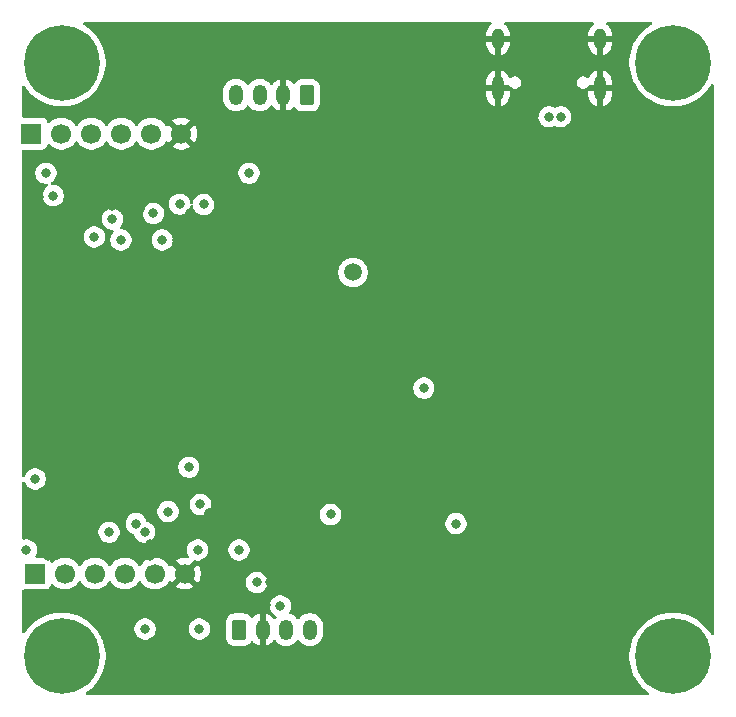
<source format=gbr>
%TF.GenerationSoftware,KiCad,Pcbnew,9.0.2*%
%TF.CreationDate,2025-07-09T07:13:15+08:00*%
%TF.ProjectId,imu,696d752e-6b69-4636-9164-5f7063625858,rev?*%
%TF.SameCoordinates,Original*%
%TF.FileFunction,Copper,L2,Inr*%
%TF.FilePolarity,Positive*%
%FSLAX46Y46*%
G04 Gerber Fmt 4.6, Leading zero omitted, Abs format (unit mm)*
G04 Created by KiCad (PCBNEW 9.0.2) date 2025-07-09 07:13:15*
%MOMM*%
%LPD*%
G01*
G04 APERTURE LIST*
G04 Aperture macros list*
%AMRoundRect*
0 Rectangle with rounded corners*
0 $1 Rounding radius*
0 $2 $3 $4 $5 $6 $7 $8 $9 X,Y pos of 4 corners*
0 Add a 4 corners polygon primitive as box body*
4,1,4,$2,$3,$4,$5,$6,$7,$8,$9,$2,$3,0*
0 Add four circle primitives for the rounded corners*
1,1,$1+$1,$2,$3*
1,1,$1+$1,$4,$5*
1,1,$1+$1,$6,$7*
1,1,$1+$1,$8,$9*
0 Add four rect primitives between the rounded corners*
20,1,$1+$1,$2,$3,$4,$5,0*
20,1,$1+$1,$4,$5,$6,$7,0*
20,1,$1+$1,$6,$7,$8,$9,0*
20,1,$1+$1,$8,$9,$2,$3,0*%
G04 Aperture macros list end*
%TA.AperFunction,HeatsinkPad*%
%ADD10C,0.600000*%
%TD*%
%TA.AperFunction,HeatsinkPad*%
%ADD11O,1.000000X2.100000*%
%TD*%
%TA.AperFunction,HeatsinkPad*%
%ADD12O,1.000000X1.800000*%
%TD*%
%TA.AperFunction,ComponentPad*%
%ADD13RoundRect,0.250000X0.350000X0.625000X-0.350000X0.625000X-0.350000X-0.625000X0.350000X-0.625000X0*%
%TD*%
%TA.AperFunction,ComponentPad*%
%ADD14O,1.200000X1.750000*%
%TD*%
%TA.AperFunction,ComponentPad*%
%ADD15C,0.800000*%
%TD*%
%TA.AperFunction,ComponentPad*%
%ADD16C,6.400000*%
%TD*%
%TA.AperFunction,ComponentPad*%
%ADD17R,1.700000X1.700000*%
%TD*%
%TA.AperFunction,ComponentPad*%
%ADD18C,1.700000*%
%TD*%
%TA.AperFunction,ComponentPad*%
%ADD19RoundRect,0.250000X-0.350000X-0.625000X0.350000X-0.625000X0.350000X0.625000X-0.350000X0.625000X0*%
%TD*%
%TA.AperFunction,ViaPad*%
%ADD20C,0.800000*%
%TD*%
%TA.AperFunction,ViaPad*%
%ADD21C,1.500000*%
%TD*%
G04 APERTURE END LIST*
D10*
%TO.N,GND*%
%TO.C,U4*%
X122950000Y-66300000D03*
X121850000Y-66300000D03*
X123500000Y-66850000D03*
X122400000Y-66850000D03*
X121300000Y-66850000D03*
X122950000Y-67400000D03*
X121850000Y-67400000D03*
X123500000Y-67950000D03*
X122400000Y-67950000D03*
X121300000Y-67950000D03*
X122950000Y-68500000D03*
X121850000Y-68500000D03*
%TD*%
D11*
%TO.N,GND*%
%TO.C,J1*%
X165320000Y-45425000D03*
D12*
X165320000Y-41245000D03*
D11*
X156680000Y-45425000D03*
D12*
X156680000Y-41245000D03*
%TD*%
D13*
%TO.N,+3V3*%
%TO.C,J3*%
X140500000Y-46000000D03*
D14*
%TO.N,GND*%
X138500000Y-46000000D03*
%TO.N,TX0*%
X136500000Y-46000000D03*
%TO.N,RX0*%
X134500000Y-46000000D03*
%TD*%
D15*
%TO.N,N/C*%
%TO.C,REF\u002A\u002A*%
X117350000Y-43250000D03*
X118052944Y-41552944D03*
X118052944Y-44947056D03*
X119750000Y-40850000D03*
D16*
X119750000Y-43250000D03*
D15*
X119750000Y-45650000D03*
X121447056Y-41552944D03*
X121447056Y-44947056D03*
X122150000Y-43250000D03*
%TD*%
%TO.N,N/C*%
%TO.C,REF\u002A\u002A*%
X117350000Y-93500000D03*
X118052944Y-91802944D03*
X118052944Y-95197056D03*
X119750000Y-91100000D03*
D16*
X119750000Y-93500000D03*
D15*
X119750000Y-95900000D03*
X121447056Y-91802944D03*
X121447056Y-95197056D03*
X122150000Y-93500000D03*
%TD*%
D17*
%TO.N,+3V3*%
%TO.C,J5*%
X117460000Y-86500000D03*
D18*
%TO.N,IO4*%
X120000000Y-86500000D03*
%TO.N,IO5*%
X122540000Y-86500000D03*
%TO.N,INT_MAG*%
X125080000Y-86500000D03*
%TO.N,INT_IMU*%
X127620000Y-86500000D03*
%TO.N,GND*%
X130160000Y-86500000D03*
%TD*%
D19*
%TO.N,+3V3*%
%TO.C,J2*%
X134750000Y-91250000D03*
D14*
%TO.N,GND*%
X136750000Y-91250000D03*
%TO.N,SCL*%
X138750000Y-91250000D03*
%TO.N,SDA*%
X140750000Y-91250000D03*
%TD*%
D17*
%TO.N,+3V3*%
%TO.C,J4*%
X117170000Y-49250000D03*
D18*
%TO.N,IO1*%
X119710000Y-49250000D03*
%TO.N,IO2*%
X122250000Y-49250000D03*
%TO.N,IO3*%
X124790000Y-49250000D03*
%TO.N,IO8*%
X127330000Y-49250000D03*
%TO.N,GND*%
X129870000Y-49250000D03*
%TD*%
D15*
%TO.N,N/C*%
%TO.C,REF\u002A\u002A*%
X169100000Y-43250000D03*
X169802944Y-41552944D03*
X169802944Y-44947056D03*
X171500000Y-40850000D03*
D16*
X171500000Y-43250000D03*
D15*
X171500000Y-45650000D03*
X173197056Y-41552944D03*
X173197056Y-44947056D03*
X173900000Y-43250000D03*
%TD*%
%TO.N,N/C*%
%TO.C,REF\u002A\u002A*%
X169100000Y-93500000D03*
X169802944Y-91802944D03*
X169802944Y-95197056D03*
X171500000Y-91100000D03*
D16*
X171500000Y-93500000D03*
D15*
X171500000Y-95900000D03*
X173197056Y-91802944D03*
X173197056Y-95197056D03*
X173900000Y-93500000D03*
%TD*%
D20*
%TO.N,GND*%
X129400000Y-68800000D03*
X164800000Y-47400000D03*
X138600000Y-75800000D03*
X121800000Y-57000000D03*
X159250000Y-91750000D03*
X150000000Y-43250000D03*
X160500000Y-96250000D03*
X163250000Y-76750000D03*
X149250000Y-85750000D03*
X157500000Y-48500000D03*
X140500000Y-68250000D03*
X128500000Y-94500000D03*
X124000000Y-55400000D03*
X146500000Y-94500000D03*
X138250000Y-66000000D03*
X144500000Y-92000000D03*
X130600000Y-56000000D03*
X148250000Y-62000000D03*
X129500000Y-58250000D03*
X135000000Y-43250000D03*
X152250000Y-86250000D03*
X147500000Y-81250000D03*
X138250000Y-61750000D03*
X147500000Y-48500000D03*
X125000000Y-43250000D03*
X123750000Y-91000000D03*
X128250000Y-51500000D03*
X149000000Y-50250000D03*
X127250000Y-85000000D03*
X140000000Y-94500000D03*
X132800000Y-69000000D03*
X153000000Y-94500000D03*
X146600000Y-86400000D03*
X117800000Y-54600000D03*
X130000000Y-61750000D03*
X152500000Y-48500000D03*
X141750000Y-78500000D03*
X118600000Y-85050000D03*
X154800000Y-88000000D03*
X142750000Y-64000000D03*
X145500000Y-72650000D03*
X159600000Y-87600000D03*
X151500000Y-65500000D03*
X142750000Y-90000000D03*
X144000000Y-82500000D03*
X132750000Y-82500000D03*
X159750000Y-47750000D03*
X152250000Y-70750000D03*
X164600000Y-86200000D03*
X146600000Y-88400000D03*
X136000000Y-81000000D03*
X148750000Y-74500000D03*
X138500000Y-70750000D03*
X126400000Y-55600000D03*
X148000000Y-78000000D03*
X127200000Y-84000000D03*
X140000000Y-43250000D03*
X165750000Y-91750000D03*
X137400000Y-87200000D03*
X128500000Y-78500000D03*
X132800000Y-54600000D03*
X145250000Y-75750000D03*
X131500000Y-46750000D03*
X150500000Y-90750000D03*
X141000000Y-57750000D03*
X153000000Y-80500000D03*
X142000000Y-53750000D03*
X137000000Y-89200000D03*
X162750000Y-48750000D03*
X157750000Y-71500000D03*
X164400000Y-88000000D03*
X166400000Y-79200000D03*
X137000000Y-52750000D03*
X154500000Y-74250000D03*
X153000000Y-55000000D03*
X161500000Y-57750000D03*
X149676000Y-67600000D03*
X134000000Y-88250000D03*
X123200000Y-81800000D03*
X124500000Y-47000000D03*
X156000000Y-91000000D03*
X141500000Y-72250000D03*
X131800000Y-85600000D03*
X148500000Y-83000000D03*
X130000000Y-90000000D03*
X135800000Y-85400000D03*
X145000000Y-43250000D03*
X135000000Y-57750000D03*
X134000000Y-94500000D03*
X138500000Y-48000000D03*
X159000000Y-52600000D03*
X143750000Y-85250000D03*
X151750000Y-83000000D03*
X167000000Y-86250000D03*
X145500000Y-64000000D03*
X137250000Y-84500000D03*
X130000000Y-43250000D03*
X139750000Y-81750000D03*
X132200000Y-81400000D03*
%TO.N,+3V3*%
X135600000Y-52600000D03*
X118400000Y-52600000D03*
X153126990Y-82278317D03*
X126042891Y-82275000D03*
X128750000Y-81250000D03*
X116750000Y-84500000D03*
D21*
X144400000Y-61000000D03*
D20*
X150400000Y-70800000D03*
X130500000Y-77500000D03*
X126800000Y-91200000D03*
X131400000Y-91200000D03*
%TO.N,SCL*%
X136250000Y-87250000D03*
X138250000Y-89250000D03*
%TO.N,EN*%
X131475000Y-80650000D03*
X126750000Y-83000000D03*
X123750000Y-83000000D03*
X117500000Y-78500000D03*
%TO.N,USB_D-*%
X122500000Y-58000000D03*
X162000000Y-47825837D03*
%TO.N,USB_D+*%
X124025000Y-56500000D03*
X161000000Y-47825837D03*
%TO.N,TX0*%
X127500000Y-56000000D03*
X129725000Y-55224999D03*
%TO.N,INT_IMU*%
X142500000Y-81500000D03*
%TO.N,BOOT*%
X131750000Y-55250000D03*
X119025000Y-54500000D03*
%TO.N,IO8*%
X128250000Y-58250000D03*
X124750000Y-58250000D03*
%TO.N,SDA*%
X134750000Y-84500000D03*
X131250000Y-84500000D03*
%TO.N,GND*%
X161000000Y-42320000D03*
%TD*%
%TA.AperFunction,Conductor*%
%TO.N,GND*%
G36*
X156102265Y-39819685D02*
G01*
X156148020Y-39872489D01*
X156157964Y-39941647D01*
X156128939Y-40005203D01*
X156104117Y-40027102D01*
X156042537Y-40068248D01*
X156042533Y-40068251D01*
X155903251Y-40207533D01*
X155903248Y-40207537D01*
X155793814Y-40371315D01*
X155793807Y-40371328D01*
X155718430Y-40553306D01*
X155718427Y-40553318D01*
X155680000Y-40746504D01*
X155680000Y-40995000D01*
X156380000Y-40995000D01*
X156380000Y-41495000D01*
X155680000Y-41495000D01*
X155680000Y-41743495D01*
X155718427Y-41936681D01*
X155718430Y-41936693D01*
X155793807Y-42118671D01*
X155793814Y-42118684D01*
X155903248Y-42282462D01*
X155903251Y-42282466D01*
X156042533Y-42421748D01*
X156042537Y-42421751D01*
X156206315Y-42531185D01*
X156206328Y-42531192D01*
X156388308Y-42606569D01*
X156430000Y-42614862D01*
X156430000Y-41811988D01*
X156439940Y-41829205D01*
X156495795Y-41885060D01*
X156564204Y-41924556D01*
X156640504Y-41945000D01*
X156719496Y-41945000D01*
X156795796Y-41924556D01*
X156864205Y-41885060D01*
X156920060Y-41829205D01*
X156930000Y-41811988D01*
X156930000Y-42614862D01*
X156971690Y-42606569D01*
X156971692Y-42606569D01*
X157153671Y-42531192D01*
X157153684Y-42531185D01*
X157317462Y-42421751D01*
X157317466Y-42421748D01*
X157456748Y-42282466D01*
X157456751Y-42282462D01*
X157566185Y-42118684D01*
X157566192Y-42118671D01*
X157641569Y-41936693D01*
X157641572Y-41936681D01*
X157679999Y-41743495D01*
X157680000Y-41743492D01*
X157680000Y-41495000D01*
X156980000Y-41495000D01*
X156980000Y-40995000D01*
X157680000Y-40995000D01*
X157680000Y-40746508D01*
X157679999Y-40746504D01*
X157641572Y-40553318D01*
X157641569Y-40553306D01*
X157566192Y-40371328D01*
X157566185Y-40371315D01*
X157456751Y-40207537D01*
X157456748Y-40207533D01*
X157317466Y-40068251D01*
X157317462Y-40068248D01*
X157255883Y-40027102D01*
X157211078Y-39973490D01*
X157202371Y-39904165D01*
X157232526Y-39841137D01*
X157291969Y-39804418D01*
X157324774Y-39800000D01*
X164675226Y-39800000D01*
X164742265Y-39819685D01*
X164788020Y-39872489D01*
X164797964Y-39941647D01*
X164768939Y-40005203D01*
X164744117Y-40027102D01*
X164682537Y-40068248D01*
X164682533Y-40068251D01*
X164543251Y-40207533D01*
X164543248Y-40207537D01*
X164433814Y-40371315D01*
X164433807Y-40371328D01*
X164358430Y-40553306D01*
X164358427Y-40553318D01*
X164320000Y-40746504D01*
X164320000Y-40995000D01*
X165020000Y-40995000D01*
X165020000Y-41495000D01*
X164320000Y-41495000D01*
X164320000Y-41743495D01*
X164358427Y-41936681D01*
X164358430Y-41936693D01*
X164433807Y-42118671D01*
X164433814Y-42118684D01*
X164543248Y-42282462D01*
X164543251Y-42282466D01*
X164682533Y-42421748D01*
X164682537Y-42421751D01*
X164846315Y-42531185D01*
X164846328Y-42531192D01*
X165028308Y-42606569D01*
X165070000Y-42614862D01*
X165070000Y-41811988D01*
X165079940Y-41829205D01*
X165135795Y-41885060D01*
X165204204Y-41924556D01*
X165280504Y-41945000D01*
X165359496Y-41945000D01*
X165435796Y-41924556D01*
X165504205Y-41885060D01*
X165560060Y-41829205D01*
X165570000Y-41811988D01*
X165570000Y-42614862D01*
X165611690Y-42606569D01*
X165611692Y-42606569D01*
X165793671Y-42531192D01*
X165793684Y-42531185D01*
X165957462Y-42421751D01*
X165957466Y-42421748D01*
X166096748Y-42282466D01*
X166096751Y-42282462D01*
X166206185Y-42118684D01*
X166206192Y-42118671D01*
X166281569Y-41936693D01*
X166281572Y-41936681D01*
X166319999Y-41743495D01*
X166320000Y-41743492D01*
X166320000Y-41495000D01*
X165620000Y-41495000D01*
X165620000Y-40995000D01*
X166320000Y-40995000D01*
X166320000Y-40746508D01*
X166319999Y-40746504D01*
X166281572Y-40553318D01*
X166281569Y-40553306D01*
X166206192Y-40371328D01*
X166206185Y-40371315D01*
X166096751Y-40207537D01*
X166096748Y-40207533D01*
X165957466Y-40068251D01*
X165957462Y-40068248D01*
X165895883Y-40027102D01*
X165851078Y-39973490D01*
X165842371Y-39904165D01*
X165872526Y-39841137D01*
X165931969Y-39804418D01*
X165964774Y-39800000D01*
X169609384Y-39800000D01*
X169676423Y-39819685D01*
X169722178Y-39872489D01*
X169732122Y-39941647D01*
X169703097Y-40005203D01*
X169667837Y-40033358D01*
X169595279Y-40072140D01*
X169595261Y-40072151D01*
X169292964Y-40274140D01*
X169292950Y-40274150D01*
X169011893Y-40504807D01*
X168754807Y-40761893D01*
X168524150Y-41042950D01*
X168524140Y-41042964D01*
X168322151Y-41345261D01*
X168322140Y-41345279D01*
X168150756Y-41665916D01*
X168150754Y-41665921D01*
X168011614Y-42001834D01*
X167906067Y-42349776D01*
X167906064Y-42349787D01*
X167835137Y-42706369D01*
X167799500Y-43068209D01*
X167799500Y-43431790D01*
X167835137Y-43793630D01*
X167906064Y-44150212D01*
X167906067Y-44150223D01*
X168011614Y-44498165D01*
X168150754Y-44834078D01*
X168150756Y-44834083D01*
X168322140Y-45154720D01*
X168322151Y-45154738D01*
X168524140Y-45457035D01*
X168524150Y-45457049D01*
X168754807Y-45738106D01*
X169011893Y-45995192D01*
X169011898Y-45995196D01*
X169011899Y-45995197D01*
X169292956Y-46225854D01*
X169595268Y-46427853D01*
X169595277Y-46427858D01*
X169595279Y-46427859D01*
X169915916Y-46599243D01*
X169915918Y-46599243D01*
X169915924Y-46599247D01*
X170251836Y-46738386D01*
X170599767Y-46843930D01*
X170599773Y-46843931D01*
X170599776Y-46843932D01*
X170599787Y-46843935D01*
X170956369Y-46914862D01*
X171318206Y-46950500D01*
X171318209Y-46950500D01*
X171681791Y-46950500D01*
X171681794Y-46950500D01*
X172043631Y-46914862D01*
X172113045Y-46901054D01*
X172400212Y-46843935D01*
X172400223Y-46843932D01*
X172400223Y-46843931D01*
X172400233Y-46843930D01*
X172748164Y-46738386D01*
X173084076Y-46599247D01*
X173404732Y-46427853D01*
X173707044Y-46225854D01*
X173988101Y-45995197D01*
X174245197Y-45738101D01*
X174475854Y-45457044D01*
X174677853Y-45154732D01*
X174716642Y-45082163D01*
X174765604Y-45032319D01*
X174833742Y-45016858D01*
X174899421Y-45040690D01*
X174941790Y-45096247D01*
X174950000Y-45140616D01*
X174950000Y-91609383D01*
X174930315Y-91676422D01*
X174877511Y-91722177D01*
X174808353Y-91732121D01*
X174744797Y-91703096D01*
X174716642Y-91667837D01*
X174693745Y-91625000D01*
X174677853Y-91595268D01*
X174475854Y-91292956D01*
X174245197Y-91011899D01*
X174245196Y-91011898D01*
X174245192Y-91011893D01*
X173988106Y-90754807D01*
X173707049Y-90524150D01*
X173707048Y-90524149D01*
X173707044Y-90524146D01*
X173404732Y-90322147D01*
X173404727Y-90322144D01*
X173404720Y-90322140D01*
X173084083Y-90150756D01*
X173084078Y-90150754D01*
X173047459Y-90135586D01*
X172981085Y-90108093D01*
X172748165Y-90011614D01*
X172400223Y-89906067D01*
X172400212Y-89906064D01*
X172043630Y-89835137D01*
X171771111Y-89808296D01*
X171681794Y-89799500D01*
X171318206Y-89799500D01*
X171235679Y-89807628D01*
X170956369Y-89835137D01*
X170599787Y-89906064D01*
X170599776Y-89906067D01*
X170251834Y-90011614D01*
X169915921Y-90150754D01*
X169915916Y-90150756D01*
X169595279Y-90322140D01*
X169595261Y-90322151D01*
X169292964Y-90524140D01*
X169292950Y-90524150D01*
X169011893Y-90754807D01*
X168754807Y-91011893D01*
X168524150Y-91292950D01*
X168524140Y-91292964D01*
X168322151Y-91595261D01*
X168322140Y-91595279D01*
X168150756Y-91915916D01*
X168150754Y-91915921D01*
X168011614Y-92251834D01*
X167906067Y-92599776D01*
X167906064Y-92599787D01*
X167835137Y-92956369D01*
X167799500Y-93318209D01*
X167799500Y-93681790D01*
X167835137Y-94043630D01*
X167906064Y-94400212D01*
X167906067Y-94400223D01*
X168011614Y-94748165D01*
X168150754Y-95084078D01*
X168150756Y-95084083D01*
X168322140Y-95404720D01*
X168322151Y-95404738D01*
X168524140Y-95707035D01*
X168524150Y-95707049D01*
X168754807Y-95988106D01*
X169011893Y-96245192D01*
X169011898Y-96245196D01*
X169011899Y-96245197D01*
X169292956Y-96475854D01*
X169398730Y-96546530D01*
X169438192Y-96572898D01*
X169482997Y-96626510D01*
X169491704Y-96695835D01*
X169461550Y-96758863D01*
X169402107Y-96795582D01*
X169369301Y-96800000D01*
X121880699Y-96800000D01*
X121813660Y-96780315D01*
X121767905Y-96727511D01*
X121757961Y-96658353D01*
X121786986Y-96594797D01*
X121811808Y-96572898D01*
X121828191Y-96561951D01*
X121957044Y-96475854D01*
X122238101Y-96245197D01*
X122495197Y-95988101D01*
X122725854Y-95707044D01*
X122927853Y-95404732D01*
X123099247Y-95084076D01*
X123238386Y-94748164D01*
X123343930Y-94400233D01*
X123343932Y-94400223D01*
X123343935Y-94400212D01*
X123414862Y-94043630D01*
X123450500Y-93681790D01*
X123450500Y-93318209D01*
X123414862Y-92956369D01*
X123343935Y-92599787D01*
X123343932Y-92599776D01*
X123343931Y-92599773D01*
X123343930Y-92599767D01*
X123238386Y-92251836D01*
X123099247Y-91915924D01*
X123090447Y-91899461D01*
X122927859Y-91595279D01*
X122927858Y-91595277D01*
X122927853Y-91595268D01*
X122725854Y-91292956D01*
X122576776Y-91111304D01*
X125899500Y-91111304D01*
X125899500Y-91288695D01*
X125934103Y-91462658D01*
X125934106Y-91462667D01*
X126001983Y-91626540D01*
X126001990Y-91626553D01*
X126100535Y-91774034D01*
X126100538Y-91774038D01*
X126225961Y-91899461D01*
X126225965Y-91899464D01*
X126373446Y-91998009D01*
X126373459Y-91998016D01*
X126496363Y-92048923D01*
X126537334Y-92065894D01*
X126537336Y-92065894D01*
X126537341Y-92065896D01*
X126711304Y-92100499D01*
X126711307Y-92100500D01*
X126711309Y-92100500D01*
X126888693Y-92100500D01*
X126888694Y-92100499D01*
X126946682Y-92088964D01*
X127062658Y-92065896D01*
X127062661Y-92065894D01*
X127062666Y-92065894D01*
X127226547Y-91998013D01*
X127374035Y-91899464D01*
X127499464Y-91774035D01*
X127598013Y-91626547D01*
X127605123Y-91609383D01*
X127659983Y-91476936D01*
X127665894Y-91462666D01*
X127679405Y-91394745D01*
X127699650Y-91292964D01*
X127700500Y-91288691D01*
X127700500Y-91111309D01*
X127700500Y-91111306D01*
X127700499Y-91111304D01*
X130499500Y-91111304D01*
X130499500Y-91288695D01*
X130534103Y-91462658D01*
X130534106Y-91462667D01*
X130601983Y-91626540D01*
X130601990Y-91626553D01*
X130700535Y-91774034D01*
X130700538Y-91774038D01*
X130825961Y-91899461D01*
X130825965Y-91899464D01*
X130973446Y-91998009D01*
X130973459Y-91998016D01*
X131096363Y-92048923D01*
X131137334Y-92065894D01*
X131137336Y-92065894D01*
X131137341Y-92065896D01*
X131311304Y-92100499D01*
X131311307Y-92100500D01*
X131311309Y-92100500D01*
X131488693Y-92100500D01*
X131488694Y-92100499D01*
X131546682Y-92088964D01*
X131662658Y-92065896D01*
X131662661Y-92065894D01*
X131662666Y-92065894D01*
X131826547Y-91998013D01*
X131974035Y-91899464D01*
X132099464Y-91774035D01*
X132198013Y-91626547D01*
X132205123Y-91609383D01*
X132259983Y-91476936D01*
X132265894Y-91462666D01*
X132279405Y-91394745D01*
X132299650Y-91292964D01*
X132300500Y-91288691D01*
X132300500Y-91111309D01*
X132300500Y-91111306D01*
X132300499Y-91111304D01*
X132265896Y-90937341D01*
X132265893Y-90937332D01*
X132198016Y-90773459D01*
X132198009Y-90773446D01*
X132109327Y-90640725D01*
X132109326Y-90640724D01*
X132099466Y-90625967D01*
X132099461Y-90625961D01*
X132048483Y-90574983D01*
X133649500Y-90574983D01*
X133649500Y-91925001D01*
X133649501Y-91925018D01*
X133660000Y-92027796D01*
X133660001Y-92027799D01*
X133698013Y-92142510D01*
X133715186Y-92194334D01*
X133807288Y-92343656D01*
X133931344Y-92467712D01*
X134080666Y-92559814D01*
X134247203Y-92614999D01*
X134349991Y-92625500D01*
X135150008Y-92625499D01*
X135150016Y-92625498D01*
X135150019Y-92625498D01*
X135206302Y-92619748D01*
X135252797Y-92614999D01*
X135419334Y-92559814D01*
X135568656Y-92467712D01*
X135692712Y-92343656D01*
X135732581Y-92279016D01*
X135784525Y-92232294D01*
X135853488Y-92221071D01*
X135917570Y-92248914D01*
X135925799Y-92256434D01*
X136033397Y-92364032D01*
X136173475Y-92465804D01*
X136327744Y-92544408D01*
X136492415Y-92597914D01*
X136492414Y-92597914D01*
X136499999Y-92599115D01*
X136500000Y-92599114D01*
X136500000Y-91530330D01*
X136519745Y-91550075D01*
X136605255Y-91599444D01*
X136700630Y-91625000D01*
X136799370Y-91625000D01*
X136894745Y-91599444D01*
X136980255Y-91550075D01*
X137000000Y-91530330D01*
X137000000Y-92599115D01*
X137007584Y-92597914D01*
X137172255Y-92544408D01*
X137326524Y-92465804D01*
X137466602Y-92364032D01*
X137589036Y-92241598D01*
X137649371Y-92158552D01*
X137704700Y-92115886D01*
X137774313Y-92109905D01*
X137836109Y-92142510D01*
X137850008Y-92158550D01*
X137850318Y-92158976D01*
X137910586Y-92241928D01*
X138033072Y-92364414D01*
X138173212Y-92466232D01*
X138327555Y-92544873D01*
X138492299Y-92598402D01*
X138663389Y-92625500D01*
X138663390Y-92625500D01*
X138836610Y-92625500D01*
X138836611Y-92625500D01*
X139007701Y-92598402D01*
X139172445Y-92544873D01*
X139326788Y-92466232D01*
X139466928Y-92364414D01*
X139589414Y-92241928D01*
X139649682Y-92158975D01*
X139705012Y-92116311D01*
X139774626Y-92110332D01*
X139836421Y-92142938D01*
X139850315Y-92158973D01*
X139910586Y-92241928D01*
X140033072Y-92364414D01*
X140173212Y-92466232D01*
X140327555Y-92544873D01*
X140492299Y-92598402D01*
X140663389Y-92625500D01*
X140663390Y-92625500D01*
X140836610Y-92625500D01*
X140836611Y-92625500D01*
X141007701Y-92598402D01*
X141172445Y-92544873D01*
X141326788Y-92466232D01*
X141466928Y-92364414D01*
X141589414Y-92241928D01*
X141691232Y-92101788D01*
X141769873Y-91947445D01*
X141823402Y-91782701D01*
X141850500Y-91611611D01*
X141850500Y-90888389D01*
X141823402Y-90717299D01*
X141769873Y-90552555D01*
X141691232Y-90398212D01*
X141589414Y-90258072D01*
X141466928Y-90135586D01*
X141326788Y-90033768D01*
X141172445Y-89955127D01*
X141007701Y-89901598D01*
X141007699Y-89901597D01*
X141007698Y-89901597D01*
X140876271Y-89880781D01*
X140836611Y-89874500D01*
X140663389Y-89874500D01*
X140623728Y-89880781D01*
X140492302Y-89901597D01*
X140327552Y-89955128D01*
X140173211Y-90033768D01*
X140153601Y-90048016D01*
X140033072Y-90135586D01*
X140033070Y-90135588D01*
X140033069Y-90135588D01*
X139910588Y-90258069D01*
X139910581Y-90258078D01*
X139850317Y-90341023D01*
X139794987Y-90383689D01*
X139725374Y-90389667D01*
X139663579Y-90357061D01*
X139649683Y-90341023D01*
X139589418Y-90258078D01*
X139589414Y-90258072D01*
X139466928Y-90135586D01*
X139326788Y-90033768D01*
X139323883Y-90032288D01*
X139172449Y-89955128D01*
X139073061Y-89922835D01*
X139015386Y-89883397D01*
X138988188Y-89819038D01*
X139000103Y-89750192D01*
X139008271Y-89736023D01*
X139048013Y-89676547D01*
X139115894Y-89512666D01*
X139150500Y-89338691D01*
X139150500Y-89161309D01*
X139150500Y-89161306D01*
X139150499Y-89161304D01*
X139115896Y-88987341D01*
X139115893Y-88987332D01*
X139048016Y-88823459D01*
X139048009Y-88823446D01*
X138949464Y-88675965D01*
X138949461Y-88675961D01*
X138824038Y-88550538D01*
X138824034Y-88550535D01*
X138676553Y-88451990D01*
X138676540Y-88451983D01*
X138512667Y-88384106D01*
X138512658Y-88384103D01*
X138338694Y-88349500D01*
X138338691Y-88349500D01*
X138161309Y-88349500D01*
X138161306Y-88349500D01*
X137987341Y-88384103D01*
X137987332Y-88384106D01*
X137823459Y-88451983D01*
X137823446Y-88451990D01*
X137675965Y-88550535D01*
X137675961Y-88550538D01*
X137550538Y-88675961D01*
X137550535Y-88675965D01*
X137451990Y-88823446D01*
X137451983Y-88823459D01*
X137384106Y-88987332D01*
X137384103Y-88987341D01*
X137349500Y-89161304D01*
X137349500Y-89338695D01*
X137384103Y-89512658D01*
X137384106Y-89512667D01*
X137451983Y-89676540D01*
X137451990Y-89676553D01*
X137550535Y-89824034D01*
X137550538Y-89824038D01*
X137675961Y-89949461D01*
X137675965Y-89949464D01*
X137823446Y-90048009D01*
X137823459Y-90048016D01*
X137862659Y-90064253D01*
X137881008Y-90079039D01*
X137901828Y-90090085D01*
X137907710Y-90100556D01*
X137917063Y-90108093D01*
X137924505Y-90130454D01*
X137936048Y-90151002D01*
X137935335Y-90162992D01*
X137939128Y-90174388D01*
X137933299Y-90197222D01*
X137931901Y-90220748D01*
X137923678Y-90234919D01*
X137921849Y-90242087D01*
X137915360Y-90251926D01*
X137911650Y-90257007D01*
X137910586Y-90258072D01*
X137850195Y-90341192D01*
X137849843Y-90341675D01*
X137822262Y-90362843D01*
X137794677Y-90384115D01*
X137794532Y-90384127D01*
X137794417Y-90384216D01*
X137759773Y-90387112D01*
X137725063Y-90390093D01*
X137724934Y-90390024D01*
X137724790Y-90390037D01*
X137694001Y-90373702D01*
X137663269Y-90357486D01*
X137663128Y-90357323D01*
X137663069Y-90357292D01*
X137663010Y-90357187D01*
X137649371Y-90341447D01*
X137589036Y-90258401D01*
X137466602Y-90135967D01*
X137326524Y-90034195D01*
X137172257Y-89955591D01*
X137007589Y-89902087D01*
X137007581Y-89902085D01*
X137000000Y-89900884D01*
X137000000Y-90969670D01*
X136980255Y-90949925D01*
X136894745Y-90900556D01*
X136799370Y-90875000D01*
X136700630Y-90875000D01*
X136605255Y-90900556D01*
X136519745Y-90949925D01*
X136500000Y-90969670D01*
X136500000Y-89900884D01*
X136499999Y-89900884D01*
X136492418Y-89902085D01*
X136492410Y-89902087D01*
X136327742Y-89955591D01*
X136173475Y-90034195D01*
X136033401Y-90135964D01*
X135925799Y-90243566D01*
X135864476Y-90277050D01*
X135794784Y-90272066D01*
X135738851Y-90230194D01*
X135732585Y-90220988D01*
X135692712Y-90156344D01*
X135568656Y-90032288D01*
X135443559Y-89955128D01*
X135419336Y-89940187D01*
X135419331Y-89940185D01*
X135366972Y-89922835D01*
X135252797Y-89885001D01*
X135252795Y-89885000D01*
X135150010Y-89874500D01*
X134349998Y-89874500D01*
X134349980Y-89874501D01*
X134247203Y-89885000D01*
X134247200Y-89885001D01*
X134080668Y-89940185D01*
X134080663Y-89940187D01*
X133931342Y-90032289D01*
X133807289Y-90156342D01*
X133715187Y-90305663D01*
X133715185Y-90305668D01*
X133696239Y-90362843D01*
X133660001Y-90472203D01*
X133660001Y-90472204D01*
X133660000Y-90472204D01*
X133649500Y-90574983D01*
X132048483Y-90574983D01*
X131974038Y-90500538D01*
X131974034Y-90500535D01*
X131826553Y-90401990D01*
X131826540Y-90401983D01*
X131662667Y-90334106D01*
X131662658Y-90334103D01*
X131488694Y-90299500D01*
X131488691Y-90299500D01*
X131311309Y-90299500D01*
X131311306Y-90299500D01*
X131137341Y-90334103D01*
X131137332Y-90334106D01*
X130973459Y-90401983D01*
X130973446Y-90401990D01*
X130825965Y-90500535D01*
X130825961Y-90500538D01*
X130700538Y-90625961D01*
X130700535Y-90625965D01*
X130601990Y-90773446D01*
X130601983Y-90773459D01*
X130534106Y-90937332D01*
X130534103Y-90937341D01*
X130499500Y-91111304D01*
X127700499Y-91111304D01*
X127665896Y-90937341D01*
X127665893Y-90937332D01*
X127598016Y-90773459D01*
X127598009Y-90773446D01*
X127499464Y-90625965D01*
X127499461Y-90625961D01*
X127374038Y-90500538D01*
X127374034Y-90500535D01*
X127226553Y-90401990D01*
X127226540Y-90401983D01*
X127062667Y-90334106D01*
X127062658Y-90334103D01*
X126888694Y-90299500D01*
X126888691Y-90299500D01*
X126711309Y-90299500D01*
X126711306Y-90299500D01*
X126537341Y-90334103D01*
X126537332Y-90334106D01*
X126373459Y-90401983D01*
X126373446Y-90401990D01*
X126225965Y-90500535D01*
X126225961Y-90500538D01*
X126100538Y-90625961D01*
X126100535Y-90625965D01*
X126001990Y-90773446D01*
X126001983Y-90773459D01*
X125934106Y-90937332D01*
X125934103Y-90937341D01*
X125899500Y-91111304D01*
X122576776Y-91111304D01*
X122495197Y-91011899D01*
X122495195Y-91011897D01*
X122495191Y-91011892D01*
X122238106Y-90754807D01*
X121957049Y-90524150D01*
X121957048Y-90524149D01*
X121957044Y-90524146D01*
X121654732Y-90322147D01*
X121654727Y-90322144D01*
X121654720Y-90322140D01*
X121334083Y-90150756D01*
X121334078Y-90150754D01*
X121297459Y-90135586D01*
X121231085Y-90108093D01*
X120998165Y-90011614D01*
X120650223Y-89906067D01*
X120650212Y-89906064D01*
X120293630Y-89835137D01*
X120021111Y-89808296D01*
X119931794Y-89799500D01*
X119568206Y-89799500D01*
X119485679Y-89807628D01*
X119206369Y-89835137D01*
X118849787Y-89906064D01*
X118849776Y-89906067D01*
X118501834Y-90011614D01*
X118165921Y-90150754D01*
X118165916Y-90150756D01*
X117845279Y-90322140D01*
X117845261Y-90322151D01*
X117542964Y-90524140D01*
X117542950Y-90524150D01*
X117261893Y-90754807D01*
X117004807Y-91011893D01*
X116774150Y-91292950D01*
X116774140Y-91292964D01*
X116627102Y-91513022D01*
X116573490Y-91557827D01*
X116504165Y-91566534D01*
X116441137Y-91536380D01*
X116404418Y-91476936D01*
X116400000Y-91444131D01*
X116400000Y-87971115D01*
X116419685Y-87904076D01*
X116472489Y-87858321D01*
X116537255Y-87847826D01*
X116540574Y-87848182D01*
X116562127Y-87850500D01*
X118357872Y-87850499D01*
X118417483Y-87844091D01*
X118552331Y-87793796D01*
X118667546Y-87707546D01*
X118753796Y-87592331D01*
X118802810Y-87460916D01*
X118844681Y-87404984D01*
X118910145Y-87380566D01*
X118978418Y-87395417D01*
X119006673Y-87416569D01*
X119120213Y-87530109D01*
X119292179Y-87655048D01*
X119292181Y-87655049D01*
X119292184Y-87655051D01*
X119481588Y-87751557D01*
X119683757Y-87817246D01*
X119893713Y-87850500D01*
X119893714Y-87850500D01*
X120106286Y-87850500D01*
X120106287Y-87850500D01*
X120316243Y-87817246D01*
X120518412Y-87751557D01*
X120707816Y-87655051D01*
X120794138Y-87592335D01*
X120879786Y-87530109D01*
X120879788Y-87530106D01*
X120879792Y-87530104D01*
X121030104Y-87379792D01*
X121030106Y-87379788D01*
X121030109Y-87379786D01*
X121155048Y-87207820D01*
X121155047Y-87207820D01*
X121155051Y-87207816D01*
X121159514Y-87199054D01*
X121207488Y-87148259D01*
X121275308Y-87131463D01*
X121341444Y-87153999D01*
X121380486Y-87199056D01*
X121384951Y-87207820D01*
X121509890Y-87379786D01*
X121660213Y-87530109D01*
X121832179Y-87655048D01*
X121832181Y-87655049D01*
X121832184Y-87655051D01*
X122021588Y-87751557D01*
X122223757Y-87817246D01*
X122433713Y-87850500D01*
X122433714Y-87850500D01*
X122646286Y-87850500D01*
X122646287Y-87850500D01*
X122856243Y-87817246D01*
X123058412Y-87751557D01*
X123247816Y-87655051D01*
X123334138Y-87592335D01*
X123419786Y-87530109D01*
X123419788Y-87530106D01*
X123419792Y-87530104D01*
X123570104Y-87379792D01*
X123570106Y-87379788D01*
X123570109Y-87379786D01*
X123695048Y-87207820D01*
X123695047Y-87207820D01*
X123695051Y-87207816D01*
X123699514Y-87199054D01*
X123747488Y-87148259D01*
X123815308Y-87131463D01*
X123881444Y-87153999D01*
X123920486Y-87199056D01*
X123924951Y-87207820D01*
X124049890Y-87379786D01*
X124200213Y-87530109D01*
X124372179Y-87655048D01*
X124372181Y-87655049D01*
X124372184Y-87655051D01*
X124561588Y-87751557D01*
X124763757Y-87817246D01*
X124973713Y-87850500D01*
X124973714Y-87850500D01*
X125186286Y-87850500D01*
X125186287Y-87850500D01*
X125396243Y-87817246D01*
X125598412Y-87751557D01*
X125787816Y-87655051D01*
X125874138Y-87592335D01*
X125959786Y-87530109D01*
X125959788Y-87530106D01*
X125959792Y-87530104D01*
X126110104Y-87379792D01*
X126110106Y-87379788D01*
X126110109Y-87379786D01*
X126235048Y-87207820D01*
X126235047Y-87207820D01*
X126235051Y-87207816D01*
X126239514Y-87199054D01*
X126287488Y-87148259D01*
X126355308Y-87131463D01*
X126421444Y-87153999D01*
X126460486Y-87199056D01*
X126464951Y-87207820D01*
X126589890Y-87379786D01*
X126740213Y-87530109D01*
X126912179Y-87655048D01*
X126912181Y-87655049D01*
X126912184Y-87655051D01*
X127101588Y-87751557D01*
X127303757Y-87817246D01*
X127513713Y-87850500D01*
X127513714Y-87850500D01*
X127726286Y-87850500D01*
X127726287Y-87850500D01*
X127936243Y-87817246D01*
X128138412Y-87751557D01*
X128327816Y-87655051D01*
X128414138Y-87592335D01*
X128499786Y-87530109D01*
X128499788Y-87530106D01*
X128499792Y-87530104D01*
X128650104Y-87379792D01*
X128650106Y-87379788D01*
X128650109Y-87379786D01*
X128735890Y-87261717D01*
X128775051Y-87207816D01*
X128779793Y-87198508D01*
X128827763Y-87147711D01*
X128895583Y-87130911D01*
X128961719Y-87153445D01*
X129000763Y-87198500D01*
X129005373Y-87207547D01*
X129044728Y-87261716D01*
X129677037Y-86629408D01*
X129694075Y-86692993D01*
X129759901Y-86807007D01*
X129852993Y-86900099D01*
X129967007Y-86965925D01*
X130030590Y-86982962D01*
X129398282Y-87615269D01*
X129398282Y-87615270D01*
X129452449Y-87654624D01*
X129641782Y-87751095D01*
X129843870Y-87816757D01*
X130053754Y-87850000D01*
X130266246Y-87850000D01*
X130476127Y-87816757D01*
X130476130Y-87816757D01*
X130678217Y-87751095D01*
X130867554Y-87654622D01*
X130921716Y-87615270D01*
X130921717Y-87615270D01*
X130289408Y-86982962D01*
X130352993Y-86965925D01*
X130467007Y-86900099D01*
X130560099Y-86807007D01*
X130625925Y-86692993D01*
X130642962Y-86629408D01*
X131275270Y-87261717D01*
X131275270Y-87261716D01*
X131314622Y-87207554D01*
X131338188Y-87161304D01*
X135349500Y-87161304D01*
X135349500Y-87338695D01*
X135384103Y-87512658D01*
X135384106Y-87512667D01*
X135451983Y-87676540D01*
X135451990Y-87676553D01*
X135550535Y-87824034D01*
X135550538Y-87824038D01*
X135675961Y-87949461D01*
X135675965Y-87949464D01*
X135823446Y-88048009D01*
X135823459Y-88048016D01*
X135946363Y-88098923D01*
X135987334Y-88115894D01*
X135987336Y-88115894D01*
X135987341Y-88115896D01*
X136161304Y-88150499D01*
X136161307Y-88150500D01*
X136161309Y-88150500D01*
X136338693Y-88150500D01*
X136338694Y-88150499D01*
X136396682Y-88138964D01*
X136512658Y-88115896D01*
X136512661Y-88115894D01*
X136512666Y-88115894D01*
X136676547Y-88048013D01*
X136824035Y-87949464D01*
X136949464Y-87824035D01*
X137048013Y-87676547D01*
X137115894Y-87512666D01*
X137150500Y-87338691D01*
X137150500Y-87161309D01*
X137150500Y-87161306D01*
X137150499Y-87161304D01*
X137115896Y-86987341D01*
X137115893Y-86987332D01*
X137048016Y-86823459D01*
X137048009Y-86823446D01*
X136949464Y-86675965D01*
X136949461Y-86675961D01*
X136824038Y-86550538D01*
X136824034Y-86550535D01*
X136676553Y-86451990D01*
X136676540Y-86451983D01*
X136512667Y-86384106D01*
X136512658Y-86384103D01*
X136338694Y-86349500D01*
X136338691Y-86349500D01*
X136161309Y-86349500D01*
X136161306Y-86349500D01*
X135987341Y-86384103D01*
X135987332Y-86384106D01*
X135823459Y-86451983D01*
X135823446Y-86451990D01*
X135675965Y-86550535D01*
X135675961Y-86550538D01*
X135550538Y-86675961D01*
X135550535Y-86675965D01*
X135451990Y-86823446D01*
X135451983Y-86823459D01*
X135384106Y-86987332D01*
X135384103Y-86987341D01*
X135349500Y-87161304D01*
X131338188Y-87161304D01*
X131369974Y-87098922D01*
X131411095Y-87018217D01*
X131476757Y-86816130D01*
X131476757Y-86816127D01*
X131510000Y-86606246D01*
X131510000Y-86393753D01*
X131476757Y-86183872D01*
X131476757Y-86183869D01*
X131411095Y-85981782D01*
X131314624Y-85792449D01*
X131275270Y-85738282D01*
X131275269Y-85738282D01*
X130642962Y-86370590D01*
X130625925Y-86307007D01*
X130560099Y-86192993D01*
X130467007Y-86099901D01*
X130352993Y-86034075D01*
X130289409Y-86017037D01*
X130901446Y-85404999D01*
X130962769Y-85371514D01*
X131013319Y-85371063D01*
X131161306Y-85400500D01*
X131161309Y-85400500D01*
X131338693Y-85400500D01*
X131338694Y-85400499D01*
X131417987Y-85384727D01*
X131512658Y-85365896D01*
X131512661Y-85365894D01*
X131512666Y-85365894D01*
X131676547Y-85298013D01*
X131824035Y-85199464D01*
X131949464Y-85074035D01*
X132048013Y-84926547D01*
X132115894Y-84762666D01*
X132150500Y-84588691D01*
X132150500Y-84411309D01*
X132150500Y-84411306D01*
X132150499Y-84411304D01*
X133849500Y-84411304D01*
X133849500Y-84588695D01*
X133884103Y-84762658D01*
X133884106Y-84762667D01*
X133951983Y-84926540D01*
X133951990Y-84926553D01*
X134050535Y-85074034D01*
X134050538Y-85074038D01*
X134175961Y-85199461D01*
X134175965Y-85199464D01*
X134323446Y-85298009D01*
X134323459Y-85298016D01*
X134437808Y-85345380D01*
X134487334Y-85365894D01*
X134487336Y-85365894D01*
X134487341Y-85365896D01*
X134661304Y-85400499D01*
X134661307Y-85400500D01*
X134661309Y-85400500D01*
X134838693Y-85400500D01*
X134838694Y-85400499D01*
X134917987Y-85384727D01*
X135012658Y-85365896D01*
X135012661Y-85365894D01*
X135012666Y-85365894D01*
X135176547Y-85298013D01*
X135324035Y-85199464D01*
X135449464Y-85074035D01*
X135548013Y-84926547D01*
X135615894Y-84762666D01*
X135650500Y-84588691D01*
X135650500Y-84411309D01*
X135650500Y-84411306D01*
X135650499Y-84411304D01*
X135615896Y-84237341D01*
X135615893Y-84237332D01*
X135548016Y-84073459D01*
X135548009Y-84073446D01*
X135449464Y-83925965D01*
X135449461Y-83925961D01*
X135324038Y-83800538D01*
X135324034Y-83800535D01*
X135176553Y-83701990D01*
X135176540Y-83701983D01*
X135012667Y-83634106D01*
X135012658Y-83634103D01*
X134838694Y-83599500D01*
X134838691Y-83599500D01*
X134661309Y-83599500D01*
X134661306Y-83599500D01*
X134487341Y-83634103D01*
X134487332Y-83634106D01*
X134323459Y-83701983D01*
X134323446Y-83701990D01*
X134175965Y-83800535D01*
X134175961Y-83800538D01*
X134050538Y-83925961D01*
X134050535Y-83925965D01*
X133951990Y-84073446D01*
X133951983Y-84073459D01*
X133884106Y-84237332D01*
X133884103Y-84237341D01*
X133849500Y-84411304D01*
X132150499Y-84411304D01*
X132115896Y-84237341D01*
X132115893Y-84237332D01*
X132048016Y-84073459D01*
X132048009Y-84073446D01*
X131949464Y-83925965D01*
X131949461Y-83925961D01*
X131824038Y-83800538D01*
X131824034Y-83800535D01*
X131676553Y-83701990D01*
X131676540Y-83701983D01*
X131512667Y-83634106D01*
X131512658Y-83634103D01*
X131338694Y-83599500D01*
X131338691Y-83599500D01*
X131161309Y-83599500D01*
X131161306Y-83599500D01*
X130987341Y-83634103D01*
X130987332Y-83634106D01*
X130823459Y-83701983D01*
X130823446Y-83701990D01*
X130675965Y-83800535D01*
X130675961Y-83800538D01*
X130550538Y-83925961D01*
X130550535Y-83925965D01*
X130451990Y-84073446D01*
X130451983Y-84073459D01*
X130384106Y-84237332D01*
X130384103Y-84237341D01*
X130349500Y-84411304D01*
X130349500Y-84588695D01*
X130384103Y-84762658D01*
X130384106Y-84762667D01*
X130451983Y-84926540D01*
X130451990Y-84926552D01*
X130483450Y-84973635D01*
X130504328Y-85040312D01*
X130485844Y-85107692D01*
X130433865Y-85154383D01*
X130364895Y-85165559D01*
X130360951Y-85164999D01*
X130266247Y-85150000D01*
X130053754Y-85150000D01*
X129843872Y-85183242D01*
X129843869Y-85183242D01*
X129641782Y-85248904D01*
X129452439Y-85345380D01*
X129398282Y-85384727D01*
X129398282Y-85384728D01*
X130030591Y-86017037D01*
X129967007Y-86034075D01*
X129852993Y-86099901D01*
X129759901Y-86192993D01*
X129694075Y-86307007D01*
X129677037Y-86370591D01*
X129044728Y-85738282D01*
X129044727Y-85738282D01*
X129005380Y-85792440D01*
X129005376Y-85792446D01*
X129000760Y-85801505D01*
X128952781Y-85852297D01*
X128884959Y-85869087D01*
X128818826Y-85846543D01*
X128779794Y-85801493D01*
X128775051Y-85792184D01*
X128775049Y-85792181D01*
X128775048Y-85792179D01*
X128650109Y-85620213D01*
X128499786Y-85469890D01*
X128327820Y-85344951D01*
X128138414Y-85248444D01*
X128138413Y-85248443D01*
X128138412Y-85248443D01*
X127936243Y-85182754D01*
X127936241Y-85182753D01*
X127936240Y-85182753D01*
X127774957Y-85157208D01*
X127726287Y-85149500D01*
X127513713Y-85149500D01*
X127465042Y-85157208D01*
X127303760Y-85182753D01*
X127101585Y-85248444D01*
X126912179Y-85344951D01*
X126740213Y-85469890D01*
X126589890Y-85620213D01*
X126464949Y-85792182D01*
X126460484Y-85800946D01*
X126412509Y-85851742D01*
X126344688Y-85868536D01*
X126278553Y-85845998D01*
X126239516Y-85800946D01*
X126235050Y-85792182D01*
X126110109Y-85620213D01*
X125959786Y-85469890D01*
X125787820Y-85344951D01*
X125598414Y-85248444D01*
X125598413Y-85248443D01*
X125598412Y-85248443D01*
X125396243Y-85182754D01*
X125396241Y-85182753D01*
X125396240Y-85182753D01*
X125234957Y-85157208D01*
X125186287Y-85149500D01*
X124973713Y-85149500D01*
X124925042Y-85157208D01*
X124763760Y-85182753D01*
X124561585Y-85248444D01*
X124372179Y-85344951D01*
X124200213Y-85469890D01*
X124049890Y-85620213D01*
X123924949Y-85792182D01*
X123920484Y-85800946D01*
X123872509Y-85851742D01*
X123804688Y-85868536D01*
X123738553Y-85845998D01*
X123699516Y-85800946D01*
X123695050Y-85792182D01*
X123570109Y-85620213D01*
X123419786Y-85469890D01*
X123247820Y-85344951D01*
X123058414Y-85248444D01*
X123058413Y-85248443D01*
X123058412Y-85248443D01*
X122856243Y-85182754D01*
X122856241Y-85182753D01*
X122856240Y-85182753D01*
X122694957Y-85157208D01*
X122646287Y-85149500D01*
X122433713Y-85149500D01*
X122385042Y-85157208D01*
X122223760Y-85182753D01*
X122021585Y-85248444D01*
X121832179Y-85344951D01*
X121660213Y-85469890D01*
X121509890Y-85620213D01*
X121384949Y-85792182D01*
X121380484Y-85800946D01*
X121332509Y-85851742D01*
X121264688Y-85868536D01*
X121198553Y-85845998D01*
X121159516Y-85800946D01*
X121155050Y-85792182D01*
X121030109Y-85620213D01*
X120879786Y-85469890D01*
X120707820Y-85344951D01*
X120518414Y-85248444D01*
X120518413Y-85248443D01*
X120518412Y-85248443D01*
X120316243Y-85182754D01*
X120316241Y-85182753D01*
X120316240Y-85182753D01*
X120154957Y-85157208D01*
X120106287Y-85149500D01*
X119893713Y-85149500D01*
X119845042Y-85157208D01*
X119683760Y-85182753D01*
X119481585Y-85248444D01*
X119292179Y-85344951D01*
X119120215Y-85469889D01*
X119006673Y-85583431D01*
X118945350Y-85616915D01*
X118875658Y-85611931D01*
X118819725Y-85570059D01*
X118802810Y-85539082D01*
X118753797Y-85407671D01*
X118753793Y-85407664D01*
X118667547Y-85292455D01*
X118667544Y-85292452D01*
X118552335Y-85206206D01*
X118552328Y-85206202D01*
X118417482Y-85155908D01*
X118417483Y-85155908D01*
X118357883Y-85149501D01*
X118357881Y-85149500D01*
X118357873Y-85149500D01*
X118357865Y-85149500D01*
X117631029Y-85149500D01*
X117563990Y-85129815D01*
X117518235Y-85077011D01*
X117508291Y-85007853D01*
X117527927Y-84956610D01*
X117548006Y-84926558D01*
X117548009Y-84926553D01*
X117548013Y-84926547D01*
X117615894Y-84762666D01*
X117650500Y-84588691D01*
X117650500Y-84411309D01*
X117650500Y-84411306D01*
X117650499Y-84411304D01*
X117615896Y-84237341D01*
X117615893Y-84237332D01*
X117548016Y-84073459D01*
X117548009Y-84073446D01*
X117449464Y-83925965D01*
X117449461Y-83925961D01*
X117324038Y-83800538D01*
X117324034Y-83800535D01*
X117176553Y-83701990D01*
X117176540Y-83701983D01*
X117012667Y-83634106D01*
X117012658Y-83634103D01*
X116838694Y-83599500D01*
X116838691Y-83599500D01*
X116661309Y-83599500D01*
X116661306Y-83599500D01*
X116548191Y-83622000D01*
X116478600Y-83615773D01*
X116423422Y-83572910D01*
X116400178Y-83507020D01*
X116400000Y-83500383D01*
X116400000Y-82911304D01*
X122849500Y-82911304D01*
X122849500Y-83088695D01*
X122884103Y-83262658D01*
X122884106Y-83262667D01*
X122951983Y-83426540D01*
X122951990Y-83426553D01*
X123050535Y-83574034D01*
X123050538Y-83574038D01*
X123175961Y-83699461D01*
X123175965Y-83699464D01*
X123323446Y-83798009D01*
X123323459Y-83798016D01*
X123446363Y-83848923D01*
X123487334Y-83865894D01*
X123487336Y-83865894D01*
X123487341Y-83865896D01*
X123661304Y-83900499D01*
X123661307Y-83900500D01*
X123661309Y-83900500D01*
X123838693Y-83900500D01*
X123838694Y-83900499D01*
X123896682Y-83888964D01*
X124012658Y-83865896D01*
X124012661Y-83865894D01*
X124012666Y-83865894D01*
X124176547Y-83798013D01*
X124324035Y-83699464D01*
X124449464Y-83574035D01*
X124548013Y-83426547D01*
X124615894Y-83262666D01*
X124633609Y-83173610D01*
X124650499Y-83088695D01*
X124650500Y-83088693D01*
X124650500Y-82911306D01*
X124650499Y-82911304D01*
X124615896Y-82737341D01*
X124615893Y-82737332D01*
X124548016Y-82573459D01*
X124548009Y-82573446D01*
X124449464Y-82425965D01*
X124449461Y-82425961D01*
X124324038Y-82300538D01*
X124298268Y-82283319D01*
X124298266Y-82283317D01*
X124176553Y-82201990D01*
X124176540Y-82201983D01*
X124138687Y-82186304D01*
X125142391Y-82186304D01*
X125142391Y-82363695D01*
X125176994Y-82537658D01*
X125176997Y-82537667D01*
X125244874Y-82701540D01*
X125244881Y-82701553D01*
X125343426Y-82849034D01*
X125343429Y-82849038D01*
X125468852Y-82974461D01*
X125468856Y-82974464D01*
X125616337Y-83073009D01*
X125616350Y-83073016D01*
X125739254Y-83123923D01*
X125780225Y-83140894D01*
X125781854Y-83141218D01*
X125781899Y-83141227D01*
X125782693Y-83141642D01*
X125786060Y-83142664D01*
X125785866Y-83143302D01*
X125843811Y-83173610D01*
X125878387Y-83234324D01*
X125879329Y-83238653D01*
X125884104Y-83262660D01*
X125884107Y-83262670D01*
X125951983Y-83426540D01*
X125951990Y-83426553D01*
X126050535Y-83574034D01*
X126050538Y-83574038D01*
X126175961Y-83699461D01*
X126175965Y-83699464D01*
X126323446Y-83798009D01*
X126323459Y-83798016D01*
X126446363Y-83848923D01*
X126487334Y-83865894D01*
X126487336Y-83865894D01*
X126487341Y-83865896D01*
X126661304Y-83900499D01*
X126661307Y-83900500D01*
X126661309Y-83900500D01*
X126838693Y-83900500D01*
X126838694Y-83900499D01*
X126896682Y-83888964D01*
X127012658Y-83865896D01*
X127012661Y-83865894D01*
X127012666Y-83865894D01*
X127176547Y-83798013D01*
X127324035Y-83699464D01*
X127449464Y-83574035D01*
X127548013Y-83426547D01*
X127615894Y-83262666D01*
X127633609Y-83173610D01*
X127650499Y-83088695D01*
X127650500Y-83088693D01*
X127650500Y-82911306D01*
X127650499Y-82911304D01*
X127615896Y-82737341D01*
X127615893Y-82737332D01*
X127548016Y-82573459D01*
X127548009Y-82573446D01*
X127449464Y-82425965D01*
X127449461Y-82425961D01*
X127324038Y-82300538D01*
X127324034Y-82300535D01*
X127176553Y-82201990D01*
X127176540Y-82201983D01*
X127012668Y-82134106D01*
X127012656Y-82134103D01*
X127010982Y-82133770D01*
X127010186Y-82133353D01*
X127006832Y-82132336D01*
X127007024Y-82131699D01*
X126949072Y-82101383D01*
X126914500Y-82040666D01*
X126913567Y-82036378D01*
X126908785Y-82012334D01*
X126882744Y-81949464D01*
X126840907Y-81848459D01*
X126840900Y-81848446D01*
X126742355Y-81700965D01*
X126742352Y-81700961D01*
X126616929Y-81575538D01*
X126616925Y-81575535D01*
X126469444Y-81476990D01*
X126469431Y-81476983D01*
X126305558Y-81409106D01*
X126305549Y-81409103D01*
X126131585Y-81374500D01*
X126131582Y-81374500D01*
X125954200Y-81374500D01*
X125954197Y-81374500D01*
X125780232Y-81409103D01*
X125780223Y-81409106D01*
X125616350Y-81476983D01*
X125616337Y-81476990D01*
X125468856Y-81575535D01*
X125468852Y-81575538D01*
X125343429Y-81700961D01*
X125343426Y-81700965D01*
X125244881Y-81848446D01*
X125244874Y-81848459D01*
X125176997Y-82012332D01*
X125176994Y-82012341D01*
X125142391Y-82186304D01*
X124138687Y-82186304D01*
X124012667Y-82134106D01*
X124012658Y-82134103D01*
X123838694Y-82099500D01*
X123838691Y-82099500D01*
X123661309Y-82099500D01*
X123661306Y-82099500D01*
X123487341Y-82134103D01*
X123487332Y-82134106D01*
X123323459Y-82201983D01*
X123323446Y-82201990D01*
X123175965Y-82300535D01*
X123175961Y-82300538D01*
X123050538Y-82425961D01*
X123050535Y-82425965D01*
X122951990Y-82573446D01*
X122951983Y-82573459D01*
X122884106Y-82737332D01*
X122884103Y-82737341D01*
X122849500Y-82911304D01*
X116400000Y-82911304D01*
X116400000Y-81161304D01*
X127849500Y-81161304D01*
X127849500Y-81338695D01*
X127884103Y-81512658D01*
X127884106Y-81512667D01*
X127951983Y-81676540D01*
X127951990Y-81676553D01*
X128050535Y-81824034D01*
X128050538Y-81824038D01*
X128175961Y-81949461D01*
X128175965Y-81949464D01*
X128323446Y-82048009D01*
X128323459Y-82048016D01*
X128438950Y-82095853D01*
X128487334Y-82115894D01*
X128487336Y-82115894D01*
X128487341Y-82115896D01*
X128661304Y-82150499D01*
X128661307Y-82150500D01*
X128661309Y-82150500D01*
X128838693Y-82150500D01*
X128838694Y-82150499D01*
X128922798Y-82133770D01*
X129012658Y-82115896D01*
X129012661Y-82115894D01*
X129012666Y-82115894D01*
X129176547Y-82048013D01*
X129324035Y-81949464D01*
X129449464Y-81824035D01*
X129548013Y-81676547D01*
X129615894Y-81512666D01*
X129622332Y-81480304D01*
X129650499Y-81338695D01*
X129650500Y-81338693D01*
X129650500Y-81161306D01*
X129650499Y-81161304D01*
X129615896Y-80987341D01*
X129615893Y-80987332D01*
X129548016Y-80823459D01*
X129548009Y-80823446D01*
X129449464Y-80675965D01*
X129449461Y-80675961D01*
X129334804Y-80561304D01*
X130574500Y-80561304D01*
X130574500Y-80738695D01*
X130609103Y-80912658D01*
X130609106Y-80912667D01*
X130676983Y-81076540D01*
X130676990Y-81076553D01*
X130775535Y-81224034D01*
X130775538Y-81224038D01*
X130900961Y-81349461D01*
X130900965Y-81349464D01*
X131048446Y-81448009D01*
X131048459Y-81448016D01*
X131126411Y-81480304D01*
X131212334Y-81515894D01*
X131212336Y-81515894D01*
X131212341Y-81515896D01*
X131386304Y-81550499D01*
X131386307Y-81550500D01*
X131386309Y-81550500D01*
X131563693Y-81550500D01*
X131563694Y-81550499D01*
X131621682Y-81538964D01*
X131737658Y-81515896D01*
X131737661Y-81515894D01*
X131737666Y-81515894D01*
X131901547Y-81448013D01*
X131956486Y-81411304D01*
X141599500Y-81411304D01*
X141599500Y-81588695D01*
X141634103Y-81762658D01*
X141634106Y-81762667D01*
X141701983Y-81926540D01*
X141701990Y-81926553D01*
X141800535Y-82074034D01*
X141800538Y-82074038D01*
X141925961Y-82199461D01*
X141925965Y-82199464D01*
X142073446Y-82298009D01*
X142073459Y-82298016D01*
X142196363Y-82348923D01*
X142237334Y-82365894D01*
X142237336Y-82365894D01*
X142237341Y-82365896D01*
X142411304Y-82400499D01*
X142411307Y-82400500D01*
X142411309Y-82400500D01*
X142588693Y-82400500D01*
X142588694Y-82400499D01*
X142646682Y-82388964D01*
X142762658Y-82365896D01*
X142762661Y-82365894D01*
X142762666Y-82365894D01*
X142926547Y-82298013D01*
X143074035Y-82199464D01*
X143083878Y-82189621D01*
X152226490Y-82189621D01*
X152226490Y-82367012D01*
X152261093Y-82540975D01*
X152261096Y-82540984D01*
X152328973Y-82704857D01*
X152328980Y-82704870D01*
X152427525Y-82852351D01*
X152427528Y-82852355D01*
X152552951Y-82977778D01*
X152552955Y-82977781D01*
X152700436Y-83076326D01*
X152700449Y-83076333D01*
X152823353Y-83127240D01*
X152864324Y-83144211D01*
X152864326Y-83144211D01*
X152864331Y-83144213D01*
X153038294Y-83178816D01*
X153038297Y-83178817D01*
X153038299Y-83178817D01*
X153215683Y-83178817D01*
X153215684Y-83178816D01*
X153273672Y-83167281D01*
X153389648Y-83144213D01*
X153389651Y-83144211D01*
X153389656Y-83144211D01*
X153553537Y-83076330D01*
X153701025Y-82977781D01*
X153826454Y-82852352D01*
X153925003Y-82704864D01*
X153926375Y-82701553D01*
X153979432Y-82573459D01*
X153992884Y-82540983D01*
X153993546Y-82537658D01*
X154027489Y-82367012D01*
X154027490Y-82367010D01*
X154027490Y-82189623D01*
X154027489Y-82189621D01*
X153992886Y-82015658D01*
X153992883Y-82015649D01*
X153925006Y-81851776D01*
X153924999Y-81851763D01*
X153826454Y-81704282D01*
X153826451Y-81704278D01*
X153701028Y-81578855D01*
X153701024Y-81578852D01*
X153553543Y-81480307D01*
X153553530Y-81480300D01*
X153389657Y-81412423D01*
X153389648Y-81412420D01*
X153215684Y-81377817D01*
X153215681Y-81377817D01*
X153038299Y-81377817D01*
X153038296Y-81377817D01*
X152864331Y-81412420D01*
X152864322Y-81412423D01*
X152700449Y-81480300D01*
X152700436Y-81480307D01*
X152552955Y-81578852D01*
X152552951Y-81578855D01*
X152427528Y-81704278D01*
X152427525Y-81704282D01*
X152328980Y-81851763D01*
X152328973Y-81851776D01*
X152261096Y-82015649D01*
X152261093Y-82015658D01*
X152226490Y-82189621D01*
X143083878Y-82189621D01*
X143123000Y-82150499D01*
X143177647Y-82095853D01*
X143199461Y-82074038D01*
X143199464Y-82074035D01*
X143298013Y-81926547D01*
X143365894Y-81762666D01*
X143377508Y-81704282D01*
X143400499Y-81588695D01*
X143400500Y-81588693D01*
X143400500Y-81411306D01*
X143400499Y-81411304D01*
X143365896Y-81237341D01*
X143365893Y-81237332D01*
X143298016Y-81073459D01*
X143298009Y-81073446D01*
X143199464Y-80925965D01*
X143199461Y-80925961D01*
X143074038Y-80800538D01*
X143074034Y-80800535D01*
X142926553Y-80701990D01*
X142926540Y-80701983D01*
X142762667Y-80634106D01*
X142762658Y-80634103D01*
X142588694Y-80599500D01*
X142588691Y-80599500D01*
X142411309Y-80599500D01*
X142411306Y-80599500D01*
X142237341Y-80634103D01*
X142237332Y-80634106D01*
X142073459Y-80701983D01*
X142073446Y-80701990D01*
X141925965Y-80800535D01*
X141925961Y-80800538D01*
X141800538Y-80925961D01*
X141800535Y-80925965D01*
X141701990Y-81073446D01*
X141701983Y-81073459D01*
X141634106Y-81237332D01*
X141634103Y-81237341D01*
X141599500Y-81411304D01*
X131956486Y-81411304D01*
X132049035Y-81349464D01*
X132059808Y-81338691D01*
X132080964Y-81317536D01*
X132174461Y-81224038D01*
X132174464Y-81224035D01*
X132273013Y-81076547D01*
X132274298Y-81073446D01*
X132309966Y-80987334D01*
X132340894Y-80912666D01*
X132358639Y-80823459D01*
X132375499Y-80738695D01*
X132375500Y-80738693D01*
X132375500Y-80561306D01*
X132375499Y-80561304D01*
X132340896Y-80387341D01*
X132340893Y-80387332D01*
X132273016Y-80223459D01*
X132273009Y-80223446D01*
X132174464Y-80075965D01*
X132174461Y-80075961D01*
X132049038Y-79950538D01*
X132049034Y-79950535D01*
X131901553Y-79851990D01*
X131901540Y-79851983D01*
X131737667Y-79784106D01*
X131737658Y-79784103D01*
X131563694Y-79749500D01*
X131563691Y-79749500D01*
X131386309Y-79749500D01*
X131386306Y-79749500D01*
X131212341Y-79784103D01*
X131212332Y-79784106D01*
X131048459Y-79851983D01*
X131048446Y-79851990D01*
X130900965Y-79950535D01*
X130900961Y-79950538D01*
X130775538Y-80075961D01*
X130775535Y-80075965D01*
X130676990Y-80223446D01*
X130676983Y-80223459D01*
X130609106Y-80387332D01*
X130609103Y-80387341D01*
X130574500Y-80561304D01*
X129334804Y-80561304D01*
X129324038Y-80550538D01*
X129324034Y-80550535D01*
X129176553Y-80451990D01*
X129176540Y-80451983D01*
X129012667Y-80384106D01*
X129012658Y-80384103D01*
X128838694Y-80349500D01*
X128838691Y-80349500D01*
X128661309Y-80349500D01*
X128661306Y-80349500D01*
X128487341Y-80384103D01*
X128487332Y-80384106D01*
X128323459Y-80451983D01*
X128323446Y-80451990D01*
X128175965Y-80550535D01*
X128175961Y-80550538D01*
X128050538Y-80675961D01*
X128050535Y-80675965D01*
X127951990Y-80823446D01*
X127951983Y-80823459D01*
X127884106Y-80987332D01*
X127884103Y-80987341D01*
X127849500Y-81161304D01*
X116400000Y-81161304D01*
X116400000Y-78820873D01*
X116419685Y-78753834D01*
X116472489Y-78708079D01*
X116541647Y-78698135D01*
X116605203Y-78727160D01*
X116638561Y-78773421D01*
X116701983Y-78926541D01*
X116701990Y-78926553D01*
X116800535Y-79074034D01*
X116800538Y-79074038D01*
X116925961Y-79199461D01*
X116925965Y-79199464D01*
X117073446Y-79298009D01*
X117073459Y-79298016D01*
X117196363Y-79348923D01*
X117237334Y-79365894D01*
X117237336Y-79365894D01*
X117237341Y-79365896D01*
X117411304Y-79400499D01*
X117411307Y-79400500D01*
X117411309Y-79400500D01*
X117588693Y-79400500D01*
X117588694Y-79400499D01*
X117646682Y-79388964D01*
X117762658Y-79365896D01*
X117762661Y-79365894D01*
X117762666Y-79365894D01*
X117926547Y-79298013D01*
X118074035Y-79199464D01*
X118199464Y-79074035D01*
X118298013Y-78926547D01*
X118365894Y-78762666D01*
X118400500Y-78588691D01*
X118400500Y-78411309D01*
X118400500Y-78411306D01*
X118400499Y-78411304D01*
X118365896Y-78237341D01*
X118365893Y-78237332D01*
X118298016Y-78073459D01*
X118298009Y-78073446D01*
X118199464Y-77925965D01*
X118199461Y-77925961D01*
X118074038Y-77800538D01*
X118074034Y-77800535D01*
X117926553Y-77701990D01*
X117926540Y-77701983D01*
X117762667Y-77634106D01*
X117762658Y-77634103D01*
X117588694Y-77599500D01*
X117588691Y-77599500D01*
X117411309Y-77599500D01*
X117411306Y-77599500D01*
X117237341Y-77634103D01*
X117237332Y-77634106D01*
X117073459Y-77701983D01*
X117073446Y-77701990D01*
X116925965Y-77800535D01*
X116925961Y-77800538D01*
X116800538Y-77925961D01*
X116800535Y-77925965D01*
X116701990Y-78073446D01*
X116701983Y-78073459D01*
X116638561Y-78226578D01*
X116594721Y-78280982D01*
X116528427Y-78303047D01*
X116460727Y-78285768D01*
X116413116Y-78234631D01*
X116400000Y-78179126D01*
X116400000Y-77411304D01*
X129599500Y-77411304D01*
X129599500Y-77588695D01*
X129634103Y-77762658D01*
X129634106Y-77762667D01*
X129701983Y-77926540D01*
X129701990Y-77926553D01*
X129800535Y-78074034D01*
X129800538Y-78074038D01*
X129925961Y-78199461D01*
X129925965Y-78199464D01*
X130073446Y-78298009D01*
X130073459Y-78298016D01*
X130196363Y-78348923D01*
X130237334Y-78365894D01*
X130237336Y-78365894D01*
X130237341Y-78365896D01*
X130411304Y-78400499D01*
X130411307Y-78400500D01*
X130411309Y-78400500D01*
X130588693Y-78400500D01*
X130588694Y-78400499D01*
X130646682Y-78388964D01*
X130762658Y-78365896D01*
X130762661Y-78365894D01*
X130762666Y-78365894D01*
X130926547Y-78298013D01*
X131074035Y-78199464D01*
X131199464Y-78074035D01*
X131298013Y-77926547D01*
X131365894Y-77762666D01*
X131400500Y-77588691D01*
X131400500Y-77411309D01*
X131400500Y-77411306D01*
X131400499Y-77411304D01*
X131365896Y-77237341D01*
X131365893Y-77237332D01*
X131298016Y-77073459D01*
X131298009Y-77073446D01*
X131199464Y-76925965D01*
X131199461Y-76925961D01*
X131074038Y-76800538D01*
X131074034Y-76800535D01*
X130926553Y-76701990D01*
X130926540Y-76701983D01*
X130762667Y-76634106D01*
X130762658Y-76634103D01*
X130588694Y-76599500D01*
X130588691Y-76599500D01*
X130411309Y-76599500D01*
X130411306Y-76599500D01*
X130237341Y-76634103D01*
X130237332Y-76634106D01*
X130073459Y-76701983D01*
X130073446Y-76701990D01*
X129925965Y-76800535D01*
X129925961Y-76800538D01*
X129800538Y-76925961D01*
X129800535Y-76925965D01*
X129701990Y-77073446D01*
X129701983Y-77073459D01*
X129634106Y-77237332D01*
X129634103Y-77237341D01*
X129599500Y-77411304D01*
X116400000Y-77411304D01*
X116400000Y-70711304D01*
X149499500Y-70711304D01*
X149499500Y-70888695D01*
X149534103Y-71062658D01*
X149534106Y-71062667D01*
X149601983Y-71226540D01*
X149601990Y-71226553D01*
X149700535Y-71374034D01*
X149700538Y-71374038D01*
X149825961Y-71499461D01*
X149825965Y-71499464D01*
X149973446Y-71598009D01*
X149973459Y-71598016D01*
X150096363Y-71648923D01*
X150137334Y-71665894D01*
X150137336Y-71665894D01*
X150137341Y-71665896D01*
X150311304Y-71700499D01*
X150311307Y-71700500D01*
X150311309Y-71700500D01*
X150488693Y-71700500D01*
X150488694Y-71700499D01*
X150546682Y-71688964D01*
X150662658Y-71665896D01*
X150662661Y-71665894D01*
X150662666Y-71665894D01*
X150826547Y-71598013D01*
X150974035Y-71499464D01*
X151099464Y-71374035D01*
X151198013Y-71226547D01*
X151265894Y-71062666D01*
X151300500Y-70888691D01*
X151300500Y-70711309D01*
X151300500Y-70711306D01*
X151300499Y-70711304D01*
X151265896Y-70537341D01*
X151265893Y-70537332D01*
X151198016Y-70373459D01*
X151198009Y-70373446D01*
X151099464Y-70225965D01*
X151099461Y-70225961D01*
X150974038Y-70100538D01*
X150974034Y-70100535D01*
X150826553Y-70001990D01*
X150826540Y-70001983D01*
X150662667Y-69934106D01*
X150662658Y-69934103D01*
X150488694Y-69899500D01*
X150488691Y-69899500D01*
X150311309Y-69899500D01*
X150311306Y-69899500D01*
X150137341Y-69934103D01*
X150137332Y-69934106D01*
X149973459Y-70001983D01*
X149973446Y-70001990D01*
X149825965Y-70100535D01*
X149825961Y-70100538D01*
X149700538Y-70225961D01*
X149700535Y-70225965D01*
X149601990Y-70373446D01*
X149601983Y-70373459D01*
X149534106Y-70537332D01*
X149534103Y-70537341D01*
X149499500Y-70711304D01*
X116400000Y-70711304D01*
X116400000Y-60901577D01*
X143149500Y-60901577D01*
X143149500Y-61098422D01*
X143180290Y-61292826D01*
X143241117Y-61480029D01*
X143330476Y-61655405D01*
X143446172Y-61814646D01*
X143585354Y-61953828D01*
X143744595Y-62069524D01*
X143827455Y-62111743D01*
X143919970Y-62158882D01*
X143919972Y-62158882D01*
X143919975Y-62158884D01*
X144020317Y-62191487D01*
X144107173Y-62219709D01*
X144301578Y-62250500D01*
X144301583Y-62250500D01*
X144498422Y-62250500D01*
X144692826Y-62219709D01*
X144880025Y-62158884D01*
X145055405Y-62069524D01*
X145214646Y-61953828D01*
X145353828Y-61814646D01*
X145469524Y-61655405D01*
X145558884Y-61480025D01*
X145619709Y-61292826D01*
X145650500Y-61098422D01*
X145650500Y-60901577D01*
X145619709Y-60707173D01*
X145558882Y-60519970D01*
X145469523Y-60344594D01*
X145353828Y-60185354D01*
X145214646Y-60046172D01*
X145055405Y-59930476D01*
X144880029Y-59841117D01*
X144692826Y-59780290D01*
X144498422Y-59749500D01*
X144498417Y-59749500D01*
X144301583Y-59749500D01*
X144301578Y-59749500D01*
X144107173Y-59780290D01*
X143919970Y-59841117D01*
X143744594Y-59930476D01*
X143653741Y-59996485D01*
X143585354Y-60046172D01*
X143585352Y-60046174D01*
X143585351Y-60046174D01*
X143446174Y-60185351D01*
X143446174Y-60185352D01*
X143446172Y-60185354D01*
X143396485Y-60253741D01*
X143330476Y-60344594D01*
X143241117Y-60519970D01*
X143180290Y-60707173D01*
X143149500Y-60901577D01*
X116400000Y-60901577D01*
X116400000Y-57911304D01*
X121599500Y-57911304D01*
X121599500Y-58088695D01*
X121634103Y-58262658D01*
X121634106Y-58262667D01*
X121701983Y-58426540D01*
X121701990Y-58426553D01*
X121800535Y-58574034D01*
X121800538Y-58574038D01*
X121925961Y-58699461D01*
X121925965Y-58699464D01*
X122073446Y-58798009D01*
X122073459Y-58798016D01*
X122196363Y-58848923D01*
X122237334Y-58865894D01*
X122237336Y-58865894D01*
X122237341Y-58865896D01*
X122411304Y-58900499D01*
X122411307Y-58900500D01*
X122411309Y-58900500D01*
X122588693Y-58900500D01*
X122588694Y-58900499D01*
X122646682Y-58888964D01*
X122762658Y-58865896D01*
X122762661Y-58865894D01*
X122762666Y-58865894D01*
X122926547Y-58798013D01*
X123074035Y-58699464D01*
X123199464Y-58574035D01*
X123298013Y-58426547D01*
X123365894Y-58262666D01*
X123400500Y-58088691D01*
X123400500Y-57911309D01*
X123400500Y-57911306D01*
X123400499Y-57911304D01*
X123365896Y-57737341D01*
X123365893Y-57737332D01*
X123298016Y-57573459D01*
X123298009Y-57573446D01*
X123199464Y-57425965D01*
X123199461Y-57425961D01*
X123074038Y-57300538D01*
X123074034Y-57300535D01*
X122926553Y-57201990D01*
X122926540Y-57201983D01*
X122762667Y-57134106D01*
X122762658Y-57134103D01*
X122588694Y-57099500D01*
X122588691Y-57099500D01*
X122411309Y-57099500D01*
X122411306Y-57099500D01*
X122237341Y-57134103D01*
X122237332Y-57134106D01*
X122073459Y-57201983D01*
X122073446Y-57201990D01*
X121925965Y-57300535D01*
X121925961Y-57300538D01*
X121800538Y-57425961D01*
X121800535Y-57425965D01*
X121701990Y-57573446D01*
X121701983Y-57573459D01*
X121634106Y-57737332D01*
X121634103Y-57737341D01*
X121599500Y-57911304D01*
X116400000Y-57911304D01*
X116400000Y-56411304D01*
X123124500Y-56411304D01*
X123124500Y-56588695D01*
X123159103Y-56762658D01*
X123159106Y-56762667D01*
X123226983Y-56926540D01*
X123226990Y-56926553D01*
X123325535Y-57074034D01*
X123325538Y-57074038D01*
X123450961Y-57199461D01*
X123450965Y-57199464D01*
X123598446Y-57298009D01*
X123598459Y-57298016D01*
X123721363Y-57348923D01*
X123762334Y-57365894D01*
X123762336Y-57365894D01*
X123762341Y-57365896D01*
X123936304Y-57400499D01*
X123936307Y-57400500D01*
X124026638Y-57400500D01*
X124093677Y-57420185D01*
X124139432Y-57472989D01*
X124149376Y-57542147D01*
X124120351Y-57605703D01*
X124114319Y-57612181D01*
X124050538Y-57675961D01*
X124050535Y-57675965D01*
X123951990Y-57823446D01*
X123951983Y-57823459D01*
X123884106Y-57987332D01*
X123884103Y-57987341D01*
X123849500Y-58161304D01*
X123849500Y-58338695D01*
X123884103Y-58512658D01*
X123884106Y-58512667D01*
X123951983Y-58676540D01*
X123951990Y-58676553D01*
X124050535Y-58824034D01*
X124050538Y-58824038D01*
X124175961Y-58949461D01*
X124175965Y-58949464D01*
X124323446Y-59048009D01*
X124323459Y-59048016D01*
X124446363Y-59098923D01*
X124487334Y-59115894D01*
X124487336Y-59115894D01*
X124487341Y-59115896D01*
X124661304Y-59150499D01*
X124661307Y-59150500D01*
X124661309Y-59150500D01*
X124838693Y-59150500D01*
X124838694Y-59150499D01*
X124896682Y-59138964D01*
X125012658Y-59115896D01*
X125012661Y-59115894D01*
X125012666Y-59115894D01*
X125176547Y-59048013D01*
X125324035Y-58949464D01*
X125449464Y-58824035D01*
X125548013Y-58676547D01*
X125615894Y-58512666D01*
X125650500Y-58338691D01*
X125650500Y-58161309D01*
X125650500Y-58161306D01*
X125650499Y-58161304D01*
X127349500Y-58161304D01*
X127349500Y-58338695D01*
X127384103Y-58512658D01*
X127384106Y-58512667D01*
X127451983Y-58676540D01*
X127451990Y-58676553D01*
X127550535Y-58824034D01*
X127550538Y-58824038D01*
X127675961Y-58949461D01*
X127675965Y-58949464D01*
X127823446Y-59048009D01*
X127823459Y-59048016D01*
X127946363Y-59098923D01*
X127987334Y-59115894D01*
X127987336Y-59115894D01*
X127987341Y-59115896D01*
X128161304Y-59150499D01*
X128161307Y-59150500D01*
X128161309Y-59150500D01*
X128338693Y-59150500D01*
X128338694Y-59150499D01*
X128396682Y-59138964D01*
X128512658Y-59115896D01*
X128512661Y-59115894D01*
X128512666Y-59115894D01*
X128676547Y-59048013D01*
X128824035Y-58949464D01*
X128949464Y-58824035D01*
X129048013Y-58676547D01*
X129115894Y-58512666D01*
X129150500Y-58338691D01*
X129150500Y-58161309D01*
X129150500Y-58161306D01*
X129150499Y-58161304D01*
X129115896Y-57987341D01*
X129115893Y-57987332D01*
X129048016Y-57823459D01*
X129048009Y-57823446D01*
X128949464Y-57675965D01*
X128949461Y-57675961D01*
X128824038Y-57550538D01*
X128824034Y-57550535D01*
X128676553Y-57451990D01*
X128676540Y-57451983D01*
X128512667Y-57384106D01*
X128512658Y-57384103D01*
X128338694Y-57349500D01*
X128338691Y-57349500D01*
X128161309Y-57349500D01*
X128161306Y-57349500D01*
X127987341Y-57384103D01*
X127987332Y-57384106D01*
X127823459Y-57451983D01*
X127823446Y-57451990D01*
X127675965Y-57550535D01*
X127675961Y-57550538D01*
X127550538Y-57675961D01*
X127550535Y-57675965D01*
X127451990Y-57823446D01*
X127451983Y-57823459D01*
X127384106Y-57987332D01*
X127384103Y-57987341D01*
X127349500Y-58161304D01*
X125650499Y-58161304D01*
X125615896Y-57987341D01*
X125615893Y-57987332D01*
X125548016Y-57823459D01*
X125548009Y-57823446D01*
X125449464Y-57675965D01*
X125449461Y-57675961D01*
X125324038Y-57550538D01*
X125324034Y-57550535D01*
X125176553Y-57451990D01*
X125176540Y-57451983D01*
X125012667Y-57384106D01*
X125012658Y-57384103D01*
X124838694Y-57349500D01*
X124838691Y-57349500D01*
X124748362Y-57349500D01*
X124681323Y-57329815D01*
X124635568Y-57277011D01*
X124625624Y-57207853D01*
X124654649Y-57144297D01*
X124660681Y-57137819D01*
X124724461Y-57074038D01*
X124724464Y-57074035D01*
X124823013Y-56926547D01*
X124890894Y-56762666D01*
X124903467Y-56699461D01*
X124925499Y-56588695D01*
X124925500Y-56588693D01*
X124925500Y-56411306D01*
X124925499Y-56411304D01*
X124890896Y-56237341D01*
X124890893Y-56237332D01*
X124823016Y-56073459D01*
X124823009Y-56073446D01*
X124756633Y-55974108D01*
X124724464Y-55925965D01*
X124724461Y-55925961D01*
X124709804Y-55911304D01*
X126599500Y-55911304D01*
X126599500Y-56088695D01*
X126634103Y-56262658D01*
X126634106Y-56262667D01*
X126701983Y-56426540D01*
X126701990Y-56426553D01*
X126800535Y-56574034D01*
X126800538Y-56574038D01*
X126925961Y-56699461D01*
X126925965Y-56699464D01*
X127073446Y-56798009D01*
X127073459Y-56798016D01*
X127196363Y-56848923D01*
X127237334Y-56865894D01*
X127237336Y-56865894D01*
X127237341Y-56865896D01*
X127411304Y-56900499D01*
X127411307Y-56900500D01*
X127411309Y-56900500D01*
X127588693Y-56900500D01*
X127588694Y-56900499D01*
X127646682Y-56888964D01*
X127762658Y-56865896D01*
X127762661Y-56865894D01*
X127762666Y-56865894D01*
X127926547Y-56798013D01*
X128074035Y-56699464D01*
X128199464Y-56574035D01*
X128298013Y-56426547D01*
X128365894Y-56262666D01*
X128370932Y-56237341D01*
X128393179Y-56125498D01*
X128400500Y-56088691D01*
X128400500Y-55911309D01*
X128400500Y-55911306D01*
X128400499Y-55911304D01*
X128365896Y-55737341D01*
X128365893Y-55737332D01*
X128298016Y-55573459D01*
X128298009Y-55573446D01*
X128199464Y-55425965D01*
X128199461Y-55425961D01*
X128074038Y-55300538D01*
X128074034Y-55300535D01*
X127973438Y-55233318D01*
X127926553Y-55201990D01*
X127926540Y-55201983D01*
X127767971Y-55136303D01*
X128824500Y-55136303D01*
X128824500Y-55313694D01*
X128859103Y-55487657D01*
X128859106Y-55487666D01*
X128926983Y-55651539D01*
X128926990Y-55651552D01*
X129025535Y-55799033D01*
X129025538Y-55799037D01*
X129150961Y-55924460D01*
X129150965Y-55924463D01*
X129298446Y-56023008D01*
X129298459Y-56023015D01*
X129420213Y-56073446D01*
X129462334Y-56090893D01*
X129462336Y-56090893D01*
X129462341Y-56090895D01*
X129636304Y-56125498D01*
X129636307Y-56125499D01*
X129636309Y-56125499D01*
X129813693Y-56125499D01*
X129813694Y-56125498D01*
X129871682Y-56113963D01*
X129987658Y-56090895D01*
X129987661Y-56090893D01*
X129987666Y-56090893D01*
X130151547Y-56023012D01*
X130299035Y-55924463D01*
X130424464Y-55799034D01*
X130523013Y-55651546D01*
X130590894Y-55487665D01*
X130613396Y-55374541D01*
X130645781Y-55312630D01*
X130706496Y-55278056D01*
X130776266Y-55281795D01*
X130832938Y-55322661D01*
X130856630Y-55374540D01*
X130884104Y-55512659D01*
X130884106Y-55512667D01*
X130951983Y-55676540D01*
X130951990Y-55676553D01*
X131050535Y-55824034D01*
X131050538Y-55824038D01*
X131175961Y-55949461D01*
X131175965Y-55949464D01*
X131323446Y-56048009D01*
X131323459Y-56048016D01*
X131426980Y-56090895D01*
X131487334Y-56115894D01*
X131487336Y-56115894D01*
X131487341Y-56115896D01*
X131661304Y-56150499D01*
X131661307Y-56150500D01*
X131661309Y-56150500D01*
X131838693Y-56150500D01*
X131838694Y-56150499D01*
X131896682Y-56138964D01*
X132012658Y-56115896D01*
X132012661Y-56115894D01*
X132012666Y-56115894D01*
X132176547Y-56048013D01*
X132324035Y-55949464D01*
X132449464Y-55824035D01*
X132548013Y-55676547D01*
X132615894Y-55512666D01*
X132615894Y-55512661D01*
X132615896Y-55512658D01*
X132643369Y-55374540D01*
X132650500Y-55338691D01*
X132650500Y-55161309D01*
X132650500Y-55161306D01*
X132650499Y-55161304D01*
X132615896Y-54987341D01*
X132615893Y-54987332D01*
X132605537Y-54962331D01*
X132590718Y-54926553D01*
X132548016Y-54823459D01*
X132548009Y-54823446D01*
X132449464Y-54675965D01*
X132449461Y-54675961D01*
X132324038Y-54550538D01*
X132324034Y-54550535D01*
X132176553Y-54451990D01*
X132176540Y-54451983D01*
X132012667Y-54384106D01*
X132012658Y-54384103D01*
X131838694Y-54349500D01*
X131838691Y-54349500D01*
X131661309Y-54349500D01*
X131661306Y-54349500D01*
X131487341Y-54384103D01*
X131487332Y-54384106D01*
X131323459Y-54451983D01*
X131323446Y-54451990D01*
X131175965Y-54550535D01*
X131175961Y-54550538D01*
X131050538Y-54675961D01*
X131050535Y-54675965D01*
X130951990Y-54823446D01*
X130951983Y-54823459D01*
X130884106Y-54987332D01*
X130884104Y-54987340D01*
X130861603Y-55100458D01*
X130829218Y-55162369D01*
X130768502Y-55196943D01*
X130698732Y-55193202D01*
X130642060Y-55152336D01*
X130618369Y-55100457D01*
X130590896Y-54962340D01*
X130590893Y-54962331D01*
X130523016Y-54798458D01*
X130523009Y-54798445D01*
X130424464Y-54650964D01*
X130424461Y-54650960D01*
X130299038Y-54525537D01*
X130299034Y-54525534D01*
X130151553Y-54426989D01*
X130151540Y-54426982D01*
X129987667Y-54359105D01*
X129987658Y-54359102D01*
X129813694Y-54324499D01*
X129813691Y-54324499D01*
X129636309Y-54324499D01*
X129636306Y-54324499D01*
X129462341Y-54359102D01*
X129462332Y-54359105D01*
X129298459Y-54426982D01*
X129298446Y-54426989D01*
X129150965Y-54525534D01*
X129150961Y-54525537D01*
X129025538Y-54650960D01*
X129025535Y-54650964D01*
X128926990Y-54798445D01*
X128926983Y-54798458D01*
X128859106Y-54962331D01*
X128859103Y-54962340D01*
X128824500Y-55136303D01*
X127767971Y-55136303D01*
X127762667Y-55134106D01*
X127762658Y-55134103D01*
X127588694Y-55099500D01*
X127588691Y-55099500D01*
X127411309Y-55099500D01*
X127411306Y-55099500D01*
X127237341Y-55134103D01*
X127237332Y-55134106D01*
X127073459Y-55201983D01*
X127073446Y-55201990D01*
X126925965Y-55300535D01*
X126925961Y-55300538D01*
X126800538Y-55425961D01*
X126800535Y-55425965D01*
X126701990Y-55573446D01*
X126701983Y-55573459D01*
X126634106Y-55737332D01*
X126634103Y-55737341D01*
X126599500Y-55911304D01*
X124709804Y-55911304D01*
X124599038Y-55800538D01*
X124599034Y-55800535D01*
X124451553Y-55701990D01*
X124451540Y-55701983D01*
X124287667Y-55634106D01*
X124287658Y-55634103D01*
X124113694Y-55599500D01*
X124113691Y-55599500D01*
X123936309Y-55599500D01*
X123936306Y-55599500D01*
X123762341Y-55634103D01*
X123762332Y-55634106D01*
X123598459Y-55701983D01*
X123598446Y-55701990D01*
X123450965Y-55800535D01*
X123450961Y-55800538D01*
X123325538Y-55925961D01*
X123325535Y-55925965D01*
X123226990Y-56073446D01*
X123226983Y-56073459D01*
X123159106Y-56237332D01*
X123159103Y-56237341D01*
X123124500Y-56411304D01*
X116400000Y-56411304D01*
X116400000Y-52511304D01*
X117499500Y-52511304D01*
X117499500Y-52688695D01*
X117534103Y-52862658D01*
X117534106Y-52862667D01*
X117601983Y-53026540D01*
X117601990Y-53026553D01*
X117700535Y-53174034D01*
X117700538Y-53174038D01*
X117825961Y-53299461D01*
X117825965Y-53299464D01*
X117973446Y-53398009D01*
X117973459Y-53398016D01*
X118096363Y-53448923D01*
X118137334Y-53465894D01*
X118137336Y-53465894D01*
X118137341Y-53465896D01*
X118311304Y-53500499D01*
X118311307Y-53500500D01*
X118491226Y-53500500D01*
X118558265Y-53520185D01*
X118604020Y-53572989D01*
X118613964Y-53642147D01*
X118584939Y-53705703D01*
X118560117Y-53727602D01*
X118450965Y-53800535D01*
X118450961Y-53800538D01*
X118325538Y-53925961D01*
X118325535Y-53925965D01*
X118226990Y-54073446D01*
X118226983Y-54073459D01*
X118159106Y-54237332D01*
X118159103Y-54237341D01*
X118124500Y-54411304D01*
X118124500Y-54588695D01*
X118159103Y-54762658D01*
X118159106Y-54762667D01*
X118226983Y-54926540D01*
X118226990Y-54926553D01*
X118325535Y-55074034D01*
X118325538Y-55074038D01*
X118450961Y-55199461D01*
X118450965Y-55199464D01*
X118598446Y-55298009D01*
X118598459Y-55298016D01*
X118657959Y-55322661D01*
X118762334Y-55365894D01*
X118762336Y-55365894D01*
X118762341Y-55365896D01*
X118936304Y-55400499D01*
X118936307Y-55400500D01*
X118936309Y-55400500D01*
X119113693Y-55400500D01*
X119113694Y-55400499D01*
X119171682Y-55388964D01*
X119287658Y-55365896D01*
X119287661Y-55365894D01*
X119287666Y-55365894D01*
X119451547Y-55298013D01*
X119599035Y-55199464D01*
X119724464Y-55074035D01*
X119823013Y-54926547D01*
X119890894Y-54762666D01*
X119925500Y-54588691D01*
X119925500Y-54411309D01*
X119925500Y-54411306D01*
X119925499Y-54411304D01*
X119890896Y-54237341D01*
X119890893Y-54237332D01*
X119823016Y-54073459D01*
X119823009Y-54073446D01*
X119724464Y-53925965D01*
X119724461Y-53925961D01*
X119599038Y-53800538D01*
X119599034Y-53800535D01*
X119451553Y-53701990D01*
X119451540Y-53701983D01*
X119287667Y-53634106D01*
X119287658Y-53634103D01*
X119113694Y-53599500D01*
X119113691Y-53599500D01*
X118936309Y-53599500D01*
X118933774Y-53599500D01*
X118866735Y-53579815D01*
X118820980Y-53527011D01*
X118811036Y-53457853D01*
X118840061Y-53394297D01*
X118864883Y-53372398D01*
X118909965Y-53342274D01*
X118974035Y-53299464D01*
X119099464Y-53174035D01*
X119198013Y-53026547D01*
X119265894Y-52862666D01*
X119300500Y-52688691D01*
X119300500Y-52511309D01*
X119300500Y-52511306D01*
X119300499Y-52511304D01*
X134699500Y-52511304D01*
X134699500Y-52688695D01*
X134734103Y-52862658D01*
X134734106Y-52862667D01*
X134801983Y-53026540D01*
X134801990Y-53026553D01*
X134900535Y-53174034D01*
X134900538Y-53174038D01*
X135025961Y-53299461D01*
X135025965Y-53299464D01*
X135173446Y-53398009D01*
X135173459Y-53398016D01*
X135296363Y-53448923D01*
X135337334Y-53465894D01*
X135337336Y-53465894D01*
X135337341Y-53465896D01*
X135511304Y-53500499D01*
X135511307Y-53500500D01*
X135511309Y-53500500D01*
X135688693Y-53500500D01*
X135688694Y-53500499D01*
X135746682Y-53488964D01*
X135862658Y-53465896D01*
X135862661Y-53465894D01*
X135862666Y-53465894D01*
X136026547Y-53398013D01*
X136174035Y-53299464D01*
X136299464Y-53174035D01*
X136398013Y-53026547D01*
X136465894Y-52862666D01*
X136500500Y-52688691D01*
X136500500Y-52511309D01*
X136500500Y-52511306D01*
X136500499Y-52511304D01*
X136465896Y-52337341D01*
X136465893Y-52337332D01*
X136398016Y-52173459D01*
X136398009Y-52173446D01*
X136299464Y-52025965D01*
X136299461Y-52025961D01*
X136174038Y-51900538D01*
X136174034Y-51900535D01*
X136026553Y-51801990D01*
X136026540Y-51801983D01*
X135862667Y-51734106D01*
X135862658Y-51734103D01*
X135688694Y-51699500D01*
X135688691Y-51699500D01*
X135511309Y-51699500D01*
X135511306Y-51699500D01*
X135337341Y-51734103D01*
X135337332Y-51734106D01*
X135173459Y-51801983D01*
X135173446Y-51801990D01*
X135025965Y-51900535D01*
X135025961Y-51900538D01*
X134900538Y-52025961D01*
X134900535Y-52025965D01*
X134801990Y-52173446D01*
X134801983Y-52173459D01*
X134734106Y-52337332D01*
X134734103Y-52337341D01*
X134699500Y-52511304D01*
X119300499Y-52511304D01*
X119265896Y-52337341D01*
X119265893Y-52337332D01*
X119198016Y-52173459D01*
X119198009Y-52173446D01*
X119099464Y-52025965D01*
X119099461Y-52025961D01*
X118974038Y-51900538D01*
X118974034Y-51900535D01*
X118826553Y-51801990D01*
X118826540Y-51801983D01*
X118662667Y-51734106D01*
X118662658Y-51734103D01*
X118488694Y-51699500D01*
X118488691Y-51699500D01*
X118311309Y-51699500D01*
X118311306Y-51699500D01*
X118137341Y-51734103D01*
X118137332Y-51734106D01*
X117973459Y-51801983D01*
X117973446Y-51801990D01*
X117825965Y-51900535D01*
X117825961Y-51900538D01*
X117700538Y-52025961D01*
X117700535Y-52025965D01*
X117601990Y-52173446D01*
X117601983Y-52173459D01*
X117534106Y-52337332D01*
X117534103Y-52337341D01*
X117499500Y-52511304D01*
X116400000Y-52511304D01*
X116400000Y-50724499D01*
X116419685Y-50657460D01*
X116472489Y-50611705D01*
X116523996Y-50600499D01*
X118067872Y-50600499D01*
X118127483Y-50594091D01*
X118262331Y-50543796D01*
X118377546Y-50457546D01*
X118463796Y-50342331D01*
X118512810Y-50210916D01*
X118554681Y-50154984D01*
X118620145Y-50130566D01*
X118688418Y-50145417D01*
X118716673Y-50166569D01*
X118830213Y-50280109D01*
X119002179Y-50405048D01*
X119002181Y-50405049D01*
X119002184Y-50405051D01*
X119191588Y-50501557D01*
X119393757Y-50567246D01*
X119603713Y-50600500D01*
X119603714Y-50600500D01*
X119816286Y-50600500D01*
X119816287Y-50600500D01*
X120026243Y-50567246D01*
X120228412Y-50501557D01*
X120417816Y-50405051D01*
X120504138Y-50342335D01*
X120589786Y-50280109D01*
X120589788Y-50280106D01*
X120589792Y-50280104D01*
X120740104Y-50129792D01*
X120740106Y-50129788D01*
X120740109Y-50129786D01*
X120865048Y-49957820D01*
X120865047Y-49957820D01*
X120865051Y-49957816D01*
X120869514Y-49949054D01*
X120917488Y-49898259D01*
X120985308Y-49881463D01*
X121051444Y-49903999D01*
X121090486Y-49949056D01*
X121094951Y-49957820D01*
X121219890Y-50129786D01*
X121370213Y-50280109D01*
X121542179Y-50405048D01*
X121542181Y-50405049D01*
X121542184Y-50405051D01*
X121731588Y-50501557D01*
X121933757Y-50567246D01*
X122143713Y-50600500D01*
X122143714Y-50600500D01*
X122356286Y-50600500D01*
X122356287Y-50600500D01*
X122566243Y-50567246D01*
X122768412Y-50501557D01*
X122957816Y-50405051D01*
X123044138Y-50342335D01*
X123129786Y-50280109D01*
X123129788Y-50280106D01*
X123129792Y-50280104D01*
X123280104Y-50129792D01*
X123280106Y-50129788D01*
X123280109Y-50129786D01*
X123405048Y-49957820D01*
X123405047Y-49957820D01*
X123405051Y-49957816D01*
X123409514Y-49949054D01*
X123457488Y-49898259D01*
X123525308Y-49881463D01*
X123591444Y-49903999D01*
X123630486Y-49949056D01*
X123634951Y-49957820D01*
X123759890Y-50129786D01*
X123910213Y-50280109D01*
X124082179Y-50405048D01*
X124082181Y-50405049D01*
X124082184Y-50405051D01*
X124271588Y-50501557D01*
X124473757Y-50567246D01*
X124683713Y-50600500D01*
X124683714Y-50600500D01*
X124896286Y-50600500D01*
X124896287Y-50600500D01*
X125106243Y-50567246D01*
X125308412Y-50501557D01*
X125497816Y-50405051D01*
X125584138Y-50342335D01*
X125669786Y-50280109D01*
X125669788Y-50280106D01*
X125669792Y-50280104D01*
X125820104Y-50129792D01*
X125820106Y-50129788D01*
X125820109Y-50129786D01*
X125945048Y-49957820D01*
X125945047Y-49957820D01*
X125945051Y-49957816D01*
X125949514Y-49949054D01*
X125997488Y-49898259D01*
X126065308Y-49881463D01*
X126131444Y-49903999D01*
X126170486Y-49949056D01*
X126174951Y-49957820D01*
X126299890Y-50129786D01*
X126450213Y-50280109D01*
X126622179Y-50405048D01*
X126622181Y-50405049D01*
X126622184Y-50405051D01*
X126811588Y-50501557D01*
X127013757Y-50567246D01*
X127223713Y-50600500D01*
X127223714Y-50600500D01*
X127436286Y-50600500D01*
X127436287Y-50600500D01*
X127646243Y-50567246D01*
X127848412Y-50501557D01*
X128037816Y-50405051D01*
X128124138Y-50342335D01*
X128209786Y-50280109D01*
X128209788Y-50280106D01*
X128209792Y-50280104D01*
X128360104Y-50129792D01*
X128360106Y-50129788D01*
X128360109Y-50129786D01*
X128445890Y-50011717D01*
X128485051Y-49957816D01*
X128489793Y-49948508D01*
X128537763Y-49897711D01*
X128605583Y-49880911D01*
X128671719Y-49903445D01*
X128710763Y-49948500D01*
X128715373Y-49957547D01*
X128754728Y-50011716D01*
X129387037Y-49379408D01*
X129404075Y-49442993D01*
X129469901Y-49557007D01*
X129562993Y-49650099D01*
X129677007Y-49715925D01*
X129740590Y-49732962D01*
X129108282Y-50365269D01*
X129108282Y-50365270D01*
X129162449Y-50404624D01*
X129351782Y-50501095D01*
X129553870Y-50566757D01*
X129763754Y-50600000D01*
X129976246Y-50600000D01*
X130186127Y-50566757D01*
X130186130Y-50566757D01*
X130388217Y-50501095D01*
X130577554Y-50404622D01*
X130631716Y-50365270D01*
X130631717Y-50365270D01*
X129999408Y-49732962D01*
X130062993Y-49715925D01*
X130177007Y-49650099D01*
X130270099Y-49557007D01*
X130335925Y-49442993D01*
X130352962Y-49379408D01*
X130985270Y-50011717D01*
X130985270Y-50011716D01*
X131024622Y-49957554D01*
X131121095Y-49768217D01*
X131186757Y-49566130D01*
X131186757Y-49566127D01*
X131220000Y-49356246D01*
X131220000Y-49143753D01*
X131186757Y-48933872D01*
X131186757Y-48933869D01*
X131121095Y-48731782D01*
X131024624Y-48542449D01*
X130985270Y-48488282D01*
X130985269Y-48488282D01*
X130352962Y-49120590D01*
X130335925Y-49057007D01*
X130270099Y-48942993D01*
X130177007Y-48849901D01*
X130062993Y-48784075D01*
X129999409Y-48767037D01*
X130631716Y-48134728D01*
X130577550Y-48095375D01*
X130388217Y-47998904D01*
X130186129Y-47933242D01*
X129976246Y-47900000D01*
X129763754Y-47900000D01*
X129553872Y-47933242D01*
X129553869Y-47933242D01*
X129351782Y-47998904D01*
X129162439Y-48095380D01*
X129108282Y-48134727D01*
X129108282Y-48134728D01*
X129740591Y-48767037D01*
X129677007Y-48784075D01*
X129562993Y-48849901D01*
X129469901Y-48942993D01*
X129404075Y-49057007D01*
X129387037Y-49120591D01*
X128754728Y-48488282D01*
X128754727Y-48488282D01*
X128715380Y-48542440D01*
X128715376Y-48542446D01*
X128710760Y-48551505D01*
X128662781Y-48602297D01*
X128594959Y-48619087D01*
X128528826Y-48596543D01*
X128489794Y-48551493D01*
X128485051Y-48542184D01*
X128485049Y-48542181D01*
X128485048Y-48542179D01*
X128360109Y-48370213D01*
X128209786Y-48219890D01*
X128037820Y-48094951D01*
X127848414Y-47998444D01*
X127848413Y-47998443D01*
X127848412Y-47998443D01*
X127646243Y-47932754D01*
X127646241Y-47932753D01*
X127646240Y-47932753D01*
X127484957Y-47907208D01*
X127436287Y-47899500D01*
X127223713Y-47899500D01*
X127175042Y-47907208D01*
X127013760Y-47932753D01*
X126811585Y-47998444D01*
X126622179Y-48094951D01*
X126450213Y-48219890D01*
X126299890Y-48370213D01*
X126174949Y-48542182D01*
X126170484Y-48550946D01*
X126122509Y-48601742D01*
X126054688Y-48618536D01*
X125988553Y-48595998D01*
X125949516Y-48550946D01*
X125945050Y-48542182D01*
X125820109Y-48370213D01*
X125669786Y-48219890D01*
X125497820Y-48094951D01*
X125308414Y-47998444D01*
X125308413Y-47998443D01*
X125308412Y-47998443D01*
X125106243Y-47932754D01*
X125106241Y-47932753D01*
X125106240Y-47932753D01*
X124944957Y-47907208D01*
X124896287Y-47899500D01*
X124683713Y-47899500D01*
X124635042Y-47907208D01*
X124473760Y-47932753D01*
X124271585Y-47998444D01*
X124082179Y-48094951D01*
X123910213Y-48219890D01*
X123759890Y-48370213D01*
X123634949Y-48542182D01*
X123630484Y-48550946D01*
X123582509Y-48601742D01*
X123514688Y-48618536D01*
X123448553Y-48595998D01*
X123409516Y-48550946D01*
X123405050Y-48542182D01*
X123280109Y-48370213D01*
X123129786Y-48219890D01*
X122957820Y-48094951D01*
X122768414Y-47998444D01*
X122768413Y-47998443D01*
X122768412Y-47998443D01*
X122566243Y-47932754D01*
X122566241Y-47932753D01*
X122566240Y-47932753D01*
X122404957Y-47907208D01*
X122356287Y-47899500D01*
X122143713Y-47899500D01*
X122095042Y-47907208D01*
X121933760Y-47932753D01*
X121731585Y-47998444D01*
X121542179Y-48094951D01*
X121370213Y-48219890D01*
X121219890Y-48370213D01*
X121094949Y-48542182D01*
X121090484Y-48550946D01*
X121042509Y-48601742D01*
X120974688Y-48618536D01*
X120908553Y-48595998D01*
X120869516Y-48550946D01*
X120865050Y-48542182D01*
X120740109Y-48370213D01*
X120589786Y-48219890D01*
X120417820Y-48094951D01*
X120228414Y-47998444D01*
X120228413Y-47998443D01*
X120228412Y-47998443D01*
X120026243Y-47932754D01*
X120026241Y-47932753D01*
X120026240Y-47932753D01*
X119864957Y-47907208D01*
X119816287Y-47899500D01*
X119603713Y-47899500D01*
X119555042Y-47907208D01*
X119393760Y-47932753D01*
X119191585Y-47998444D01*
X119002179Y-48094951D01*
X118830215Y-48219889D01*
X118716673Y-48333431D01*
X118655350Y-48366915D01*
X118585658Y-48361931D01*
X118529725Y-48320059D01*
X118512810Y-48289082D01*
X118463797Y-48157671D01*
X118463793Y-48157664D01*
X118377547Y-48042455D01*
X118377544Y-48042452D01*
X118262335Y-47956206D01*
X118262328Y-47956202D01*
X118127482Y-47905908D01*
X118127483Y-47905908D01*
X118067883Y-47899501D01*
X118067881Y-47899500D01*
X118067873Y-47899500D01*
X118067865Y-47899500D01*
X116524000Y-47899500D01*
X116515314Y-47896949D01*
X116506353Y-47898238D01*
X116482312Y-47887259D01*
X116456961Y-47879815D01*
X116451033Y-47872974D01*
X116442797Y-47869213D01*
X116428507Y-47846978D01*
X116411206Y-47827011D01*
X116408918Y-47816496D01*
X116405023Y-47810435D01*
X116400000Y-47775500D01*
X116400000Y-47737141D01*
X160099500Y-47737141D01*
X160099500Y-47914532D01*
X160134103Y-48088495D01*
X160134106Y-48088504D01*
X160201983Y-48252377D01*
X160201990Y-48252390D01*
X160300535Y-48399871D01*
X160300538Y-48399875D01*
X160425961Y-48525298D01*
X160425965Y-48525301D01*
X160573446Y-48623846D01*
X160573459Y-48623853D01*
X160696363Y-48674760D01*
X160737334Y-48691731D01*
X160737336Y-48691731D01*
X160737341Y-48691733D01*
X160911304Y-48726336D01*
X160911307Y-48726337D01*
X160911309Y-48726337D01*
X161088693Y-48726337D01*
X161088694Y-48726336D01*
X161146682Y-48714801D01*
X161262658Y-48691733D01*
X161262661Y-48691731D01*
X161262666Y-48691731D01*
X161426547Y-48623850D01*
X161431107Y-48620802D01*
X161497783Y-48599923D01*
X161565163Y-48618406D01*
X161568867Y-48620785D01*
X161573453Y-48623850D01*
X161573455Y-48623851D01*
X161573457Y-48623852D01*
X161682707Y-48669104D01*
X161737334Y-48691731D01*
X161737336Y-48691731D01*
X161737341Y-48691733D01*
X161911304Y-48726336D01*
X161911307Y-48726337D01*
X161911309Y-48726337D01*
X162088693Y-48726337D01*
X162088694Y-48726336D01*
X162146682Y-48714801D01*
X162262658Y-48691733D01*
X162262661Y-48691731D01*
X162262666Y-48691731D01*
X162426547Y-48623850D01*
X162574035Y-48525301D01*
X162699464Y-48399872D01*
X162798013Y-48252384D01*
X162865894Y-48088503D01*
X162883717Y-47998904D01*
X162892210Y-47956202D01*
X162900500Y-47914528D01*
X162900500Y-47737146D01*
X162900500Y-47737143D01*
X162900499Y-47737141D01*
X162865896Y-47563178D01*
X162865893Y-47563169D01*
X162798016Y-47399296D01*
X162798009Y-47399283D01*
X162699464Y-47251802D01*
X162699461Y-47251798D01*
X162574038Y-47126375D01*
X162574034Y-47126372D01*
X162426553Y-47027827D01*
X162426540Y-47027820D01*
X162262667Y-46959943D01*
X162262658Y-46959940D01*
X162088694Y-46925337D01*
X162088691Y-46925337D01*
X161911309Y-46925337D01*
X161911306Y-46925337D01*
X161737341Y-46959940D01*
X161737332Y-46959943D01*
X161573459Y-47027820D01*
X161573446Y-47027827D01*
X161568887Y-47030874D01*
X161502208Y-47051749D01*
X161434829Y-47033262D01*
X161431113Y-47030874D01*
X161426553Y-47027827D01*
X161426540Y-47027820D01*
X161262667Y-46959943D01*
X161262658Y-46959940D01*
X161088694Y-46925337D01*
X161088691Y-46925337D01*
X160911309Y-46925337D01*
X160911306Y-46925337D01*
X160737341Y-46959940D01*
X160737332Y-46959943D01*
X160573459Y-47027820D01*
X160573446Y-47027827D01*
X160425965Y-47126372D01*
X160425961Y-47126375D01*
X160300538Y-47251798D01*
X160300535Y-47251802D01*
X160201990Y-47399283D01*
X160201983Y-47399296D01*
X160134106Y-47563169D01*
X160134103Y-47563178D01*
X160099500Y-47737141D01*
X116400000Y-47737141D01*
X116400000Y-45305868D01*
X116419685Y-45238829D01*
X116472489Y-45193074D01*
X116541647Y-45183130D01*
X116605203Y-45212155D01*
X116627099Y-45236974D01*
X116739618Y-45405369D01*
X116774140Y-45457035D01*
X116774150Y-45457049D01*
X117004807Y-45738106D01*
X117261893Y-45995192D01*
X117261898Y-45995196D01*
X117261899Y-45995197D01*
X117542956Y-46225854D01*
X117845268Y-46427853D01*
X117845277Y-46427858D01*
X117845279Y-46427859D01*
X118165916Y-46599243D01*
X118165918Y-46599243D01*
X118165924Y-46599247D01*
X118501836Y-46738386D01*
X118849767Y-46843930D01*
X118849773Y-46843931D01*
X118849776Y-46843932D01*
X118849787Y-46843935D01*
X119206369Y-46914862D01*
X119568206Y-46950500D01*
X119568209Y-46950500D01*
X119931791Y-46950500D01*
X119931794Y-46950500D01*
X120293631Y-46914862D01*
X120363045Y-46901054D01*
X120650212Y-46843935D01*
X120650223Y-46843932D01*
X120650223Y-46843931D01*
X120650233Y-46843930D01*
X120998164Y-46738386D01*
X121334076Y-46599247D01*
X121654732Y-46427853D01*
X121957044Y-46225854D01*
X122238101Y-45995197D01*
X122495197Y-45738101D01*
X122577028Y-45638389D01*
X133399500Y-45638389D01*
X133399500Y-46361611D01*
X133426598Y-46532701D01*
X133480127Y-46697445D01*
X133558768Y-46851788D01*
X133660586Y-46991928D01*
X133783072Y-47114414D01*
X133923212Y-47216232D01*
X134077555Y-47294873D01*
X134242299Y-47348402D01*
X134413389Y-47375500D01*
X134413390Y-47375500D01*
X134586610Y-47375500D01*
X134586611Y-47375500D01*
X134757701Y-47348402D01*
X134922445Y-47294873D01*
X135076788Y-47216232D01*
X135216928Y-47114414D01*
X135339414Y-46991928D01*
X135399682Y-46908975D01*
X135455012Y-46866311D01*
X135524626Y-46860332D01*
X135586421Y-46892938D01*
X135600315Y-46908973D01*
X135660586Y-46991928D01*
X135783072Y-47114414D01*
X135923212Y-47216232D01*
X136077555Y-47294873D01*
X136242299Y-47348402D01*
X136413389Y-47375500D01*
X136413390Y-47375500D01*
X136586610Y-47375500D01*
X136586611Y-47375500D01*
X136757701Y-47348402D01*
X136922445Y-47294873D01*
X137076788Y-47216232D01*
X137216928Y-47114414D01*
X137339414Y-46991928D01*
X137399991Y-46908550D01*
X137455321Y-46865885D01*
X137524934Y-46859906D01*
X137586729Y-46892512D01*
X137600628Y-46908551D01*
X137660967Y-46991602D01*
X137783397Y-47114032D01*
X137923475Y-47215804D01*
X138077744Y-47294408D01*
X138242415Y-47347914D01*
X138242414Y-47347914D01*
X138249999Y-47349115D01*
X138250000Y-47349114D01*
X138250000Y-46280330D01*
X138269745Y-46300075D01*
X138355255Y-46349444D01*
X138450630Y-46375000D01*
X138549370Y-46375000D01*
X138644745Y-46349444D01*
X138730255Y-46300075D01*
X138750000Y-46280330D01*
X138750000Y-47349115D01*
X138757584Y-47347914D01*
X138922255Y-47294408D01*
X139076524Y-47215804D01*
X139216598Y-47114035D01*
X139324199Y-47006434D01*
X139385522Y-46972949D01*
X139455214Y-46977933D01*
X139511148Y-47019804D01*
X139517418Y-47029016D01*
X139557288Y-47093656D01*
X139681344Y-47217712D01*
X139830666Y-47309814D01*
X139997203Y-47364999D01*
X140099991Y-47375500D01*
X140900008Y-47375499D01*
X140900016Y-47375498D01*
X140900019Y-47375498D01*
X140956302Y-47369748D01*
X141002797Y-47364999D01*
X141169334Y-47309814D01*
X141318656Y-47217712D01*
X141442712Y-47093656D01*
X141534814Y-46944334D01*
X141589999Y-46777797D01*
X141600500Y-46675009D01*
X141600499Y-45324992D01*
X141598545Y-45305868D01*
X141589999Y-45222203D01*
X141589998Y-45222200D01*
X141580880Y-45194685D01*
X141534814Y-45055666D01*
X141442712Y-44906344D01*
X141318656Y-44782288D01*
X141309279Y-44776504D01*
X155680000Y-44776504D01*
X155680000Y-45175000D01*
X156380000Y-45175000D01*
X156380000Y-45675000D01*
X155680000Y-45675000D01*
X155680000Y-46073495D01*
X155718427Y-46266681D01*
X155718430Y-46266693D01*
X155793807Y-46448671D01*
X155793814Y-46448684D01*
X155903248Y-46612462D01*
X155903251Y-46612466D01*
X156042533Y-46751748D01*
X156042537Y-46751751D01*
X156206315Y-46861185D01*
X156206328Y-46861192D01*
X156388308Y-46936569D01*
X156430000Y-46944862D01*
X156430000Y-46141988D01*
X156439940Y-46159205D01*
X156495795Y-46215060D01*
X156564204Y-46254556D01*
X156640504Y-46275000D01*
X156719496Y-46275000D01*
X156795796Y-46254556D01*
X156864205Y-46215060D01*
X156920060Y-46159205D01*
X156930000Y-46141988D01*
X156930000Y-46944862D01*
X156971690Y-46936569D01*
X156971692Y-46936569D01*
X157153671Y-46861192D01*
X157153684Y-46861185D01*
X157317462Y-46751751D01*
X157317466Y-46751748D01*
X157456748Y-46612466D01*
X157456751Y-46612462D01*
X157566185Y-46448684D01*
X157566192Y-46448671D01*
X157641569Y-46266693D01*
X157641572Y-46266681D01*
X157679999Y-46073495D01*
X157680000Y-46073492D01*
X157680000Y-45675000D01*
X156980000Y-45675000D01*
X156980000Y-45175000D01*
X157587499Y-45175000D01*
X157654538Y-45194685D01*
X157694884Y-45236997D01*
X157697498Y-45241524D01*
X157793476Y-45337502D01*
X157793477Y-45337503D01*
X157793479Y-45337504D01*
X157911021Y-45405367D01*
X157911022Y-45405367D01*
X157911025Y-45405369D01*
X158042133Y-45440500D01*
X158042135Y-45440500D01*
X158177865Y-45440500D01*
X158177867Y-45440500D01*
X158308975Y-45405369D01*
X158426524Y-45337502D01*
X158522502Y-45241524D01*
X158590369Y-45123975D01*
X158625500Y-44992867D01*
X158625500Y-44857133D01*
X163374500Y-44857133D01*
X163374500Y-44992867D01*
X163400916Y-45091449D01*
X163409632Y-45123978D01*
X163477495Y-45241520D01*
X163477497Y-45241522D01*
X163477498Y-45241524D01*
X163573476Y-45337502D01*
X163573477Y-45337503D01*
X163573479Y-45337504D01*
X163691021Y-45405367D01*
X163691022Y-45405367D01*
X163691025Y-45405369D01*
X163822133Y-45440500D01*
X163822135Y-45440500D01*
X163957865Y-45440500D01*
X163957867Y-45440500D01*
X164088975Y-45405369D01*
X164206524Y-45337502D01*
X164302502Y-45241524D01*
X164305115Y-45236997D01*
X164355682Y-45188784D01*
X164412501Y-45175000D01*
X165020000Y-45175000D01*
X165020000Y-45675000D01*
X164320000Y-45675000D01*
X164320000Y-46073495D01*
X164358427Y-46266681D01*
X164358430Y-46266693D01*
X164433807Y-46448671D01*
X164433814Y-46448684D01*
X164543248Y-46612462D01*
X164543251Y-46612466D01*
X164682533Y-46751748D01*
X164682537Y-46751751D01*
X164846315Y-46861185D01*
X164846328Y-46861192D01*
X165028308Y-46936569D01*
X165070000Y-46944862D01*
X165070000Y-46141988D01*
X165079940Y-46159205D01*
X165135795Y-46215060D01*
X165204204Y-46254556D01*
X165280504Y-46275000D01*
X165359496Y-46275000D01*
X165435796Y-46254556D01*
X165504205Y-46215060D01*
X165560060Y-46159205D01*
X165570000Y-46141988D01*
X165570000Y-46944862D01*
X165611690Y-46936569D01*
X165611692Y-46936569D01*
X165793671Y-46861192D01*
X165793684Y-46861185D01*
X165957462Y-46751751D01*
X165957466Y-46751748D01*
X166096748Y-46612466D01*
X166096751Y-46612462D01*
X166206185Y-46448684D01*
X166206192Y-46448671D01*
X166281569Y-46266693D01*
X166281572Y-46266681D01*
X166319999Y-46073495D01*
X166320000Y-46073492D01*
X166320000Y-45675000D01*
X165620000Y-45675000D01*
X165620000Y-45175000D01*
X166320000Y-45175000D01*
X166320000Y-44776508D01*
X166319999Y-44776504D01*
X166281572Y-44583318D01*
X166281569Y-44583306D01*
X166206192Y-44401328D01*
X166206185Y-44401315D01*
X166096751Y-44237537D01*
X166096748Y-44237533D01*
X165957466Y-44098251D01*
X165957462Y-44098248D01*
X165793684Y-43988814D01*
X165793671Y-43988807D01*
X165611691Y-43913429D01*
X165611683Y-43913427D01*
X165570000Y-43905135D01*
X165570000Y-44708011D01*
X165560060Y-44690795D01*
X165504205Y-44634940D01*
X165435796Y-44595444D01*
X165359496Y-44575000D01*
X165280504Y-44575000D01*
X165204204Y-44595444D01*
X165135795Y-44634940D01*
X165079940Y-44690795D01*
X165070000Y-44708011D01*
X165070000Y-43905136D01*
X165069999Y-43905135D01*
X165028316Y-43913427D01*
X165028308Y-43913429D01*
X164846328Y-43988807D01*
X164846315Y-43988814D01*
X164682537Y-44098248D01*
X164682533Y-44098251D01*
X164543251Y-44237533D01*
X164543248Y-44237537D01*
X164433814Y-44401315D01*
X164433809Y-44401325D01*
X164405695Y-44469199D01*
X164361854Y-44523602D01*
X164295560Y-44545667D01*
X164227860Y-44528388D01*
X164213270Y-44517053D01*
X164212970Y-44517445D01*
X164206520Y-44512495D01*
X164088978Y-44444632D01*
X164088979Y-44444632D01*
X164073484Y-44440480D01*
X163957867Y-44409500D01*
X163822133Y-44409500D01*
X163706515Y-44440480D01*
X163691021Y-44444632D01*
X163573479Y-44512495D01*
X163573473Y-44512500D01*
X163477500Y-44608473D01*
X163477495Y-44608479D01*
X163409632Y-44726021D01*
X163409631Y-44726025D01*
X163374500Y-44857133D01*
X158625500Y-44857133D01*
X158590369Y-44726025D01*
X158578571Y-44705591D01*
X158522504Y-44608479D01*
X158522499Y-44608473D01*
X158426526Y-44512500D01*
X158426520Y-44512495D01*
X158308978Y-44444632D01*
X158308979Y-44444632D01*
X158293484Y-44440480D01*
X158177867Y-44409500D01*
X158042133Y-44409500D01*
X157926515Y-44440480D01*
X157911021Y-44444632D01*
X157793479Y-44512495D01*
X157787030Y-44517445D01*
X157785506Y-44515460D01*
X157735200Y-44542917D01*
X157665510Y-44537920D01*
X157609584Y-44496038D01*
X157594304Y-44469198D01*
X157566192Y-44401327D01*
X157566185Y-44401315D01*
X157456751Y-44237537D01*
X157456748Y-44237533D01*
X157317466Y-44098251D01*
X157317462Y-44098248D01*
X157153684Y-43988814D01*
X157153671Y-43988807D01*
X156971691Y-43913429D01*
X156971683Y-43913427D01*
X156930000Y-43905135D01*
X156930000Y-44708011D01*
X156920060Y-44690795D01*
X156864205Y-44634940D01*
X156795796Y-44595444D01*
X156719496Y-44575000D01*
X156640504Y-44575000D01*
X156564204Y-44595444D01*
X156495795Y-44634940D01*
X156439940Y-44690795D01*
X156430000Y-44708011D01*
X156430000Y-43905136D01*
X156429999Y-43905135D01*
X156388316Y-43913427D01*
X156388308Y-43913429D01*
X156206328Y-43988807D01*
X156206315Y-43988814D01*
X156042537Y-44098248D01*
X156042533Y-44098251D01*
X155903251Y-44237533D01*
X155903248Y-44237537D01*
X155793814Y-44401315D01*
X155793807Y-44401328D01*
X155718430Y-44583306D01*
X155718427Y-44583318D01*
X155680000Y-44776504D01*
X141309279Y-44776504D01*
X141193559Y-44705128D01*
X141169336Y-44690187D01*
X141169331Y-44690185D01*
X141167862Y-44689698D01*
X141002797Y-44635001D01*
X141002795Y-44635000D01*
X140900010Y-44624500D01*
X140099998Y-44624500D01*
X140099980Y-44624501D01*
X139997203Y-44635000D01*
X139997200Y-44635001D01*
X139830668Y-44690185D01*
X139830663Y-44690187D01*
X139681342Y-44782289D01*
X139557289Y-44906342D01*
X139517420Y-44970981D01*
X139465472Y-45017705D01*
X139396509Y-45028928D01*
X139332427Y-45001084D01*
X139324200Y-44993565D01*
X139216602Y-44885967D01*
X139076524Y-44784195D01*
X138922257Y-44705591D01*
X138757589Y-44652087D01*
X138757581Y-44652085D01*
X138750000Y-44650884D01*
X138750000Y-45719670D01*
X138730255Y-45699925D01*
X138644745Y-45650556D01*
X138549370Y-45625000D01*
X138450630Y-45625000D01*
X138355255Y-45650556D01*
X138269745Y-45699925D01*
X138250000Y-45719670D01*
X138250000Y-44650884D01*
X138249999Y-44650884D01*
X138242418Y-44652085D01*
X138242410Y-44652087D01*
X138077742Y-44705591D01*
X137923475Y-44784195D01*
X137783397Y-44885967D01*
X137660965Y-45008399D01*
X137660961Y-45008404D01*
X137600627Y-45091448D01*
X137545297Y-45134114D01*
X137475684Y-45140093D01*
X137413889Y-45107488D01*
X137399991Y-45091449D01*
X137399990Y-45091448D01*
X137339414Y-45008072D01*
X137216928Y-44885586D01*
X137076788Y-44783768D01*
X136922445Y-44705127D01*
X136757701Y-44651598D01*
X136757699Y-44651597D01*
X136757698Y-44651597D01*
X136626271Y-44630781D01*
X136586611Y-44624500D01*
X136413389Y-44624500D01*
X136373728Y-44630781D01*
X136242302Y-44651597D01*
X136077552Y-44705128D01*
X135923211Y-44783768D01*
X135852004Y-44835504D01*
X135783072Y-44885586D01*
X135783070Y-44885588D01*
X135783069Y-44885588D01*
X135660588Y-45008069D01*
X135660581Y-45008078D01*
X135600317Y-45091023D01*
X135544987Y-45133689D01*
X135475374Y-45139667D01*
X135413579Y-45107061D01*
X135399683Y-45091023D01*
X135339655Y-45008404D01*
X135339414Y-45008072D01*
X135216928Y-44885586D01*
X135076788Y-44783768D01*
X134922445Y-44705127D01*
X134757701Y-44651598D01*
X134757699Y-44651597D01*
X134757698Y-44651597D01*
X134626271Y-44630781D01*
X134586611Y-44624500D01*
X134413389Y-44624500D01*
X134373728Y-44630781D01*
X134242302Y-44651597D01*
X134077552Y-44705128D01*
X133923211Y-44783768D01*
X133852004Y-44835504D01*
X133783072Y-44885586D01*
X133783070Y-44885588D01*
X133783069Y-44885588D01*
X133660588Y-45008069D01*
X133660588Y-45008070D01*
X133660586Y-45008072D01*
X133636888Y-45040690D01*
X133558768Y-45148211D01*
X133480128Y-45302552D01*
X133426597Y-45467302D01*
X133412731Y-45554852D01*
X133399500Y-45638389D01*
X122577028Y-45638389D01*
X122725854Y-45457044D01*
X122927853Y-45154732D01*
X123099247Y-44834076D01*
X123238386Y-44498164D01*
X123343930Y-44150233D01*
X123343932Y-44150223D01*
X123343935Y-44150212D01*
X123414862Y-43793630D01*
X123450500Y-43431790D01*
X123450500Y-43068209D01*
X123414862Y-42706369D01*
X123343935Y-42349787D01*
X123343932Y-42349776D01*
X123343931Y-42349773D01*
X123343930Y-42349767D01*
X123238386Y-42001836D01*
X123099247Y-41665924D01*
X123010826Y-41500500D01*
X122927859Y-41345279D01*
X122927858Y-41345277D01*
X122927853Y-41345268D01*
X122725854Y-41042956D01*
X122495197Y-40761899D01*
X122495196Y-40761898D01*
X122495192Y-40761893D01*
X122238106Y-40504807D01*
X121957049Y-40274150D01*
X121957048Y-40274149D01*
X121957044Y-40274146D01*
X121654732Y-40072147D01*
X121654727Y-40072144D01*
X121654720Y-40072140D01*
X121582163Y-40033358D01*
X121532319Y-39984396D01*
X121516858Y-39916258D01*
X121540690Y-39850579D01*
X121596247Y-39808210D01*
X121640616Y-39800000D01*
X156035226Y-39800000D01*
X156102265Y-39819685D01*
G37*
%TD.AperFunction*%
%TD*%
M02*

</source>
